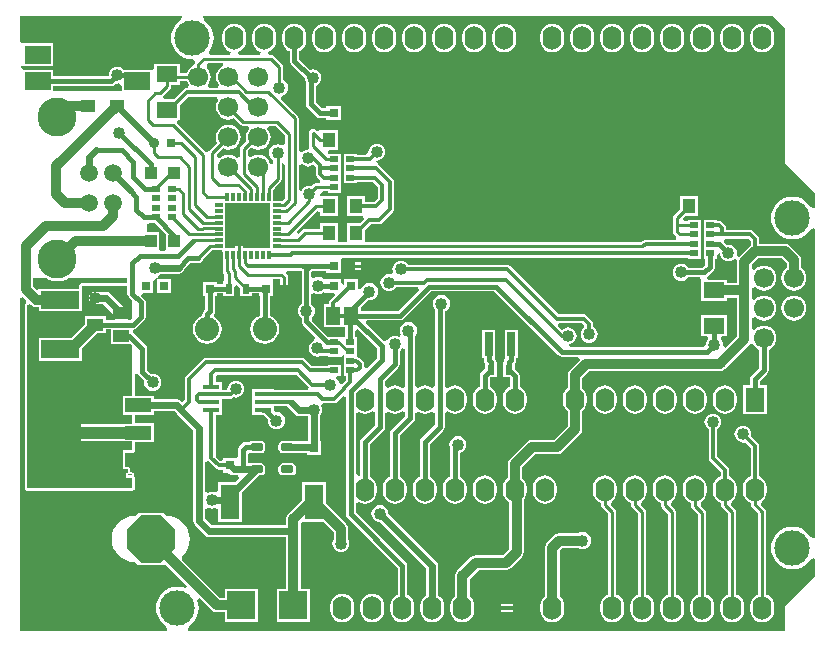
<source format=gtl>
G04*
G04 #@! TF.GenerationSoftware,Altium Limited,Altium Designer,18.0.12 (696)*
G04*
G04 Layer_Physical_Order=1*
G04 Layer_Color=255*
%FSLAX44Y44*%
%MOMM*%
G71*
G01*
G75*
%ADD11C,0.2540*%
%ADD13R,1.4500X0.4500*%
%ADD14R,0.7112X2.0320*%
%ADD15R,1.1684X1.6002*%
%ADD16R,0.7000X0.3000*%
%ADD17R,0.3000X0.7000*%
%ADD18R,3.4000X3.4000*%
%ADD19R,1.2000X1.0000*%
%ADD20R,1.8000X1.4000*%
%ADD21R,0.6000X0.9000*%
%ADD22R,0.8000X0.8000*%
%ADD23R,1.0000X1.0000*%
%ADD24R,0.6500X0.5000*%
%ADD25R,1.1000X1.3000*%
%ADD26R,0.8000X0.8000*%
%ADD27R,1.4000X1.0000*%
G04:AMPARAMS|DCode=28|XSize=1.1mm|YSize=0.6mm|CornerRadius=0.15mm|HoleSize=0mm|Usage=FLASHONLY|Rotation=0.000|XOffset=0mm|YOffset=0mm|HoleType=Round|Shape=RoundedRectangle|*
%AMROUNDEDRECTD28*
21,1,1.1000,0.3000,0,0,0.0*
21,1,0.8000,0.6000,0,0,0.0*
1,1,0.3000,0.4000,-0.1500*
1,1,0.3000,-0.4000,-0.1500*
1,1,0.3000,-0.4000,0.1500*
1,1,0.3000,0.4000,0.1500*
%
%ADD28ROUNDEDRECTD28*%
%ADD29R,2.2000X1.5000*%
%ADD30R,3.2000X1.5000*%
%ADD31R,1.6000X3.0000*%
%ADD32R,2.2352X1.2192*%
%ADD33R,2.2000X3.6000*%
%ADD34R,2.4000X2.4000*%
%ADD59C,1.7000*%
%ADD67C,0.3048*%
%ADD68C,0.4064*%
%ADD69C,0.2794*%
%ADD70C,0.6096*%
%ADD71C,0.8128*%
%ADD72C,0.3050*%
%ADD73C,1.0160*%
%ADD74R,0.3250X0.0500*%
%ADD75C,3.0000*%
%ADD76C,3.3000*%
%ADD77C,1.5000*%
%ADD78O,1.6000X2.0000*%
%ADD79R,1.6000X2.0000*%
%ADD80P,4.3296X8X22.5*%
%ADD81P,4.3296X8X292.5*%
%ADD82C,2.0320*%
%ADD83C,1.0160*%
G36*
X143652Y526614D02*
X142954Y523361D01*
X142351Y523039D01*
X139611Y520789D01*
X137361Y518049D01*
X135690Y514922D01*
X134661Y511529D01*
X134313Y508000D01*
X134661Y504471D01*
X135690Y501078D01*
X137361Y497951D01*
X139611Y495210D01*
X142351Y492961D01*
X145478Y491290D01*
X148871Y490261D01*
X152400Y489913D01*
X153135Y489985D01*
X153137Y489984D01*
X154452Y487563D01*
X154280Y487305D01*
X154017Y485980D01*
Y484911D01*
X152185Y484152D01*
X149991Y482469D01*
X148308Y480275D01*
X147549Y478443D01*
X141810D01*
Y486280D01*
X119810D01*
Y483027D01*
X118500Y481030D01*
X94433D01*
X93949Y481660D01*
X92471Y482795D01*
X90748Y483508D01*
X88900Y483752D01*
X87052Y483508D01*
X85330Y482795D01*
X83850Y481660D01*
X82716Y480181D01*
X82002Y478459D01*
X81759Y476611D01*
X80908Y475641D01*
X34500D01*
Y481030D01*
X10059D01*
X7670Y483226D01*
X7670Y484166D01*
X8500Y484530D01*
X8890Y484530D01*
X34500D01*
Y503530D01*
X8890D01*
X8500Y503530D01*
X6350Y504471D01*
Y527050D01*
X143316D01*
X143652Y526614D01*
D02*
G37*
G36*
X178417Y484496D02*
X177585Y484152D01*
X175391Y482469D01*
X173708Y480275D01*
X172650Y477721D01*
X172289Y474980D01*
X172650Y472239D01*
X173708Y469685D01*
X174879Y468159D01*
X174072Y465975D01*
X173763Y465619D01*
X166597D01*
X166288Y465975D01*
X165481Y468159D01*
X166652Y469685D01*
X167710Y472239D01*
X168071Y474980D01*
X167710Y477721D01*
X166652Y480275D01*
X164969Y482469D01*
X164764Y482626D01*
X164373Y485767D01*
X165427Y487037D01*
X177912D01*
X178417Y484496D01*
D02*
G37*
G36*
X88900Y469470D02*
X89960Y469609D01*
X91883Y468402D01*
X92500Y467689D01*
Y463550D01*
X34500D01*
Y467419D01*
X83819D01*
X85393Y467732D01*
X86726Y468623D01*
X87727Y469624D01*
X88900Y469470D01*
D02*
G37*
G36*
X148308Y469685D02*
X149479Y468159D01*
X148672Y465975D01*
X148363Y465619D01*
X147574D01*
X146199Y465345D01*
X145033Y464567D01*
X136747Y456280D01*
X128248D01*
X127469Y458738D01*
X127468Y458820D01*
X133259Y464611D01*
X134010Y465735D01*
X134274Y467060D01*
Y468280D01*
X141810D01*
Y471516D01*
X147549D01*
X148308Y469685D01*
D02*
G37*
G36*
X230725Y425793D02*
Y418349D01*
X228185Y417097D01*
X228106Y417156D01*
X226384Y417870D01*
X224536Y418113D01*
X222688Y417870D01*
X220965Y417156D01*
X219487Y416021D01*
X218352Y414543D01*
X217638Y412820D01*
X217395Y410972D01*
X217638Y409124D01*
X218352Y407402D01*
X219487Y405923D01*
X220965Y404788D01*
X221073Y404743D01*
Y401515D01*
X218533Y401348D01*
X218510Y401521D01*
X217452Y404075D01*
X215769Y406269D01*
X213575Y407952D01*
X211021Y409010D01*
X208280Y409371D01*
X205539Y409010D01*
X202985Y407952D01*
X201838Y407071D01*
X199298Y408324D01*
Y412503D01*
X202316Y415522D01*
X202985Y415008D01*
X205539Y413950D01*
X208280Y413589D01*
X211021Y413950D01*
X213575Y415008D01*
X215769Y416691D01*
X217452Y418885D01*
X218510Y421439D01*
X218871Y424180D01*
X218510Y426921D01*
X217452Y429475D01*
X215987Y431385D01*
X216245Y432541D01*
X217001Y433924D01*
X222593D01*
X230725Y425793D01*
D02*
G37*
G36*
X174489Y455893D02*
X173708Y454875D01*
X172650Y452321D01*
X172289Y449580D01*
X172650Y446839D01*
X173708Y444285D01*
X175391Y442091D01*
X177585Y440408D01*
X180139Y439350D01*
X182880Y438989D01*
X185621Y439350D01*
X187453Y440109D01*
X192623Y434939D01*
X193747Y434188D01*
X195072Y433924D01*
X199559D01*
X200315Y432541D01*
X200573Y431385D01*
X199108Y429475D01*
X198050Y426921D01*
X197689Y424180D01*
X198050Y421439D01*
X198164Y421166D01*
X193385Y416387D01*
X192634Y415263D01*
X192370Y413938D01*
Y407823D01*
X191652Y407265D01*
X189830Y406682D01*
X188175Y407952D01*
X185621Y409010D01*
X182880Y409371D01*
X180139Y409010D01*
X177585Y407952D01*
X175751Y406545D01*
X173377Y407445D01*
X173130Y409532D01*
X178307Y414709D01*
X180139Y413950D01*
X182880Y413589D01*
X185621Y413950D01*
X188175Y415008D01*
X190369Y416691D01*
X192052Y418885D01*
X193110Y421439D01*
X193471Y424180D01*
X193110Y426921D01*
X192052Y429475D01*
X190369Y431669D01*
X188175Y433352D01*
X185621Y434410D01*
X182880Y434771D01*
X180139Y434410D01*
X177585Y433352D01*
X175391Y431669D01*
X173708Y429475D01*
X172650Y426921D01*
X172289Y424180D01*
X172650Y421439D01*
X173409Y419607D01*
X166969Y413167D01*
X166218Y412043D01*
X163534Y411571D01*
X163449Y411699D01*
X139408Y435740D01*
X140460Y438280D01*
X141810D01*
Y451181D01*
X149062Y458433D01*
X173237D01*
X174489Y455893D01*
D02*
G37*
G36*
X654304Y516636D02*
Y402844D01*
X654558Y401828D01*
X679450Y377063D01*
Y364683D01*
X679014Y364348D01*
X675761Y365046D01*
X675439Y365649D01*
X673189Y368390D01*
X670449Y370639D01*
X667322Y372310D01*
X663929Y373340D01*
X660400Y373687D01*
X656871Y373340D01*
X653478Y372310D01*
X650351Y370639D01*
X647610Y368390D01*
X645361Y365649D01*
X643690Y362522D01*
X642661Y359129D01*
X642313Y355600D01*
X642661Y352071D01*
X643690Y348678D01*
X645361Y345551D01*
X647610Y342811D01*
X650351Y340561D01*
X653478Y338890D01*
X656871Y337860D01*
X660400Y337513D01*
X663929Y337860D01*
X667322Y338890D01*
X670449Y340561D01*
X673189Y342811D01*
X675439Y345551D01*
X675761Y346154D01*
X679014Y346852D01*
X679450Y346516D01*
X679450Y85284D01*
X679014Y84948D01*
X675761Y85646D01*
X675439Y86249D01*
X673189Y88989D01*
X670449Y91239D01*
X667322Y92910D01*
X663929Y93940D01*
X660400Y94287D01*
X656871Y93940D01*
X653478Y92910D01*
X650351Y91239D01*
X647610Y88989D01*
X645361Y86249D01*
X643690Y83122D01*
X642661Y79729D01*
X642313Y76200D01*
X642661Y72671D01*
X643690Y69278D01*
X645361Y66151D01*
X647610Y63411D01*
X650351Y61161D01*
X653478Y59490D01*
X656871Y58460D01*
X660400Y58113D01*
X663929Y58460D01*
X667322Y59490D01*
X670449Y61161D01*
X673189Y63411D01*
X675439Y66151D01*
X675761Y66754D01*
X679014Y67452D01*
X679450Y67116D01*
Y52324D01*
X654558Y27432D01*
X653923Y26162D01*
Y6350D01*
X148784D01*
X148448Y6786D01*
X149146Y10039D01*
X149749Y10361D01*
X152490Y12610D01*
X154739Y15351D01*
X156410Y18478D01*
X157439Y21871D01*
X157787Y25400D01*
X157439Y28929D01*
X156410Y32322D01*
X158585Y33641D01*
X168658Y23568D01*
X170664Y22228D01*
X173030Y21757D01*
X179900D01*
Y13940D01*
X207900D01*
Y41940D01*
X179900D01*
Y34123D01*
X175591D01*
X143230Y66484D01*
X143355Y69021D01*
X144505Y69965D01*
X146942Y72934D01*
X148753Y76322D01*
X149868Y79997D01*
X150244Y83820D01*
X149868Y87643D01*
X148753Y91318D01*
X146942Y94706D01*
X144505Y97675D01*
X141536Y100112D01*
X138148Y101923D01*
X134473Y103038D01*
X130650Y103414D01*
X130556D01*
X128150Y105820D01*
X106150D01*
X103744Y103414D01*
X103650D01*
X99827Y103038D01*
X96152Y101923D01*
X92764Y100112D01*
X89795Y97675D01*
X87358Y94706D01*
X85547Y91318D01*
X84432Y87643D01*
X84056Y83820D01*
X84432Y79997D01*
X85547Y76322D01*
X87358Y72934D01*
X89795Y69965D01*
X92764Y67528D01*
X96152Y65717D01*
X99827Y64602D01*
X103650Y64226D01*
X103744D01*
X106150Y61820D01*
X128150D01*
X129278Y62948D01*
X147941Y44285D01*
X146622Y42110D01*
X143229Y43140D01*
X139700Y43487D01*
X136171Y43140D01*
X132778Y42110D01*
X129651Y40439D01*
X126910Y38189D01*
X124661Y35449D01*
X122990Y32322D01*
X121960Y28929D01*
X121613Y25400D01*
X121960Y21871D01*
X122990Y18478D01*
X124661Y15351D01*
X126910Y12610D01*
X129651Y10361D01*
X130253Y10039D01*
X130952Y6786D01*
X130616Y6350D01*
X6350D01*
Y288146D01*
X8890Y289198D01*
X11772Y286317D01*
X11258Y283511D01*
X10816Y282850D01*
X10661Y282069D01*
Y127000D01*
X10816Y126220D01*
X11258Y125558D01*
X11920Y125116D01*
X12700Y124961D01*
X101600D01*
X102380Y125116D01*
X103042Y125558D01*
X103484Y126220D01*
X103639Y127000D01*
Y135423D01*
X103619Y135523D01*
X103629Y135623D01*
X103542Y135910D01*
X103484Y136204D01*
X103428Y136288D01*
X103398Y136385D01*
X103208Y136616D01*
X103053Y136849D01*
X103134Y136970D01*
X103289Y137750D01*
Y138250D01*
X103134Y139030D01*
X102692Y139692D01*
X102030Y140134D01*
X101250Y140289D01*
X99919D01*
X99782Y140440D01*
X99532Y142980D01*
X99445Y143266D01*
X99387Y143560D01*
X99330Y143644D01*
X99301Y143741D01*
X99111Y143973D01*
X98945Y144222D01*
X98860Y144278D01*
X98796Y144356D01*
X98532Y144497D01*
X98283Y144664D01*
X98184Y144684D01*
X98095Y144731D01*
X97796Y144761D01*
X97503Y144819D01*
X95333D01*
Y156933D01*
X101600D01*
X102380Y157088D01*
X103042Y157530D01*
X103484Y158192D01*
X103639Y158972D01*
Y165754D01*
X119646D01*
Y181946D01*
X103639D01*
Y189008D01*
X119646D01*
Y191957D01*
X137314D01*
X139511Y189761D01*
X153095Y176176D01*
Y99060D01*
X153487Y97090D01*
X154603Y95421D01*
X162985Y87039D01*
X164654Y85923D01*
X166624Y85531D01*
X231717D01*
Y41940D01*
X223900D01*
Y13940D01*
X251900D01*
Y41940D01*
X244083D01*
Y90678D01*
Y96392D01*
X245270Y98440D01*
X263526D01*
X271947Y90019D01*
Y83583D01*
X271946Y83581D01*
X271232Y81858D01*
X270989Y80010D01*
X271232Y78162D01*
X271946Y76439D01*
X273081Y74960D01*
X274559Y73826D01*
X276282Y73112D01*
X278130Y72869D01*
X279978Y73112D01*
X281700Y73826D01*
X283179Y74960D01*
X284314Y76439D01*
X285028Y78162D01*
X285271Y80010D01*
X285028Y81858D01*
X284314Y83581D01*
X284313Y83583D01*
Y92580D01*
X283842Y94946D01*
X282502Y96952D01*
X265270Y114184D01*
Y132440D01*
X245270D01*
Y116724D01*
X233528Y104982D01*
X232188Y102976D01*
X231717Y100610D01*
Y95825D01*
X168756D01*
X163389Y101192D01*
Y108951D01*
X164169Y109633D01*
X165929Y110412D01*
X167062Y109942D01*
X168910Y109699D01*
X170758Y109942D01*
X171610Y110295D01*
X173728Y109221D01*
X174150Y108735D01*
Y98440D01*
X194150D01*
Y123061D01*
X208920Y137831D01*
X210710D01*
X212076Y138103D01*
X213233Y138877D01*
X214007Y140034D01*
X214279Y141400D01*
Y144400D01*
X214007Y145766D01*
X213233Y146923D01*
X212076Y147697D01*
X210710Y147969D01*
X207104D01*
X206710Y148047D01*
X199111D01*
Y155541D01*
X200977Y156846D01*
X201651Y157042D01*
X202710Y156831D01*
X210710D01*
X212076Y157103D01*
X213233Y157877D01*
X214007Y159034D01*
X214279Y160400D01*
Y163400D01*
X214007Y164766D01*
X213233Y165923D01*
X212076Y166697D01*
X210710Y166969D01*
X202710D01*
X201344Y166697D01*
X200318Y166011D01*
X197600D01*
X196027Y165698D01*
X194693Y164807D01*
X192093Y162207D01*
X191202Y160873D01*
X190889Y159300D01*
Y154404D01*
X190150Y152170D01*
X178150D01*
Y150869D01*
X175610Y150221D01*
X172093Y153738D01*
Y189200D01*
X177750D01*
Y195700D01*
Y202857D01*
X184860D01*
X186235Y203130D01*
X187401Y203909D01*
X187410Y203918D01*
X189230Y203679D01*
X191078Y203922D01*
X192801Y204636D01*
X194279Y205770D01*
X195414Y207250D01*
X196128Y208972D01*
X196371Y210820D01*
X196128Y212668D01*
X195414Y214391D01*
X194279Y215870D01*
X192801Y217004D01*
X191078Y217718D01*
X189230Y217961D01*
X187382Y217718D01*
X185660Y217004D01*
X184181Y215870D01*
X183046Y214391D01*
X182332Y212668D01*
X182089Y210820D01*
X181408Y210043D01*
X177750D01*
Y217200D01*
X172093D01*
Y222012D01*
X173238Y223157D01*
X240262D01*
X250836Y212583D01*
X250303Y210646D01*
X249874Y210043D01*
X221750D01*
Y210700D01*
X203250D01*
Y202200D01*
Y195700D01*
Y189200D01*
X212656D01*
X216533Y185323D01*
X216379Y184150D01*
X216622Y182302D01*
X217336Y180579D01*
X218470Y179100D01*
X219949Y177966D01*
X221672Y177252D01*
X223520Y177009D01*
X225368Y177252D01*
X227090Y177966D01*
X228570Y179100D01*
X229704Y180579D01*
X230418Y182302D01*
X230661Y184150D01*
X230418Y185998D01*
X229704Y187721D01*
X228570Y189200D01*
X227090Y190334D01*
X225368Y191048D01*
X223520Y191291D01*
X221750Y193502D01*
Y196357D01*
X232322D01*
X232741Y195731D01*
X239071Y189401D01*
X240740Y188285D01*
X242710Y187893D01*
X250123D01*
Y167170D01*
X249270D01*
Y167047D01*
X232710D01*
X232316Y166969D01*
X228710D01*
X227344Y166697D01*
X226187Y165923D01*
X225413Y164766D01*
X225141Y163400D01*
Y160400D01*
X225413Y159034D01*
X226187Y157877D01*
X227344Y157103D01*
X228710Y156831D01*
X232316D01*
X232710Y156753D01*
X249270D01*
Y155170D01*
X261270D01*
Y167170D01*
X260417D01*
Y188117D01*
X261454Y189470D01*
X262168Y191192D01*
X262411Y193040D01*
X262168Y194888D01*
X261493Y196518D01*
X262045Y197871D01*
X262894Y198907D01*
X272250D01*
X273625Y199181D01*
X274791Y199959D01*
X279960Y205129D01*
X282307Y204157D01*
Y105082D01*
X282620Y103509D01*
X283511Y102175D01*
X326089Y59597D01*
Y36521D01*
X325157Y36135D01*
X323068Y34532D01*
X321465Y32443D01*
X320457Y30010D01*
X320114Y27400D01*
Y23400D01*
X320457Y20789D01*
X321465Y18357D01*
X323068Y16268D01*
X325157Y14665D01*
X327589Y13657D01*
X330200Y13314D01*
X332811Y13657D01*
X335243Y14665D01*
X337332Y16268D01*
X338935Y18357D01*
X339943Y20789D01*
X340286Y23400D01*
Y27400D01*
X339943Y30010D01*
X338935Y32443D01*
X337332Y34532D01*
X335243Y36135D01*
X334311Y36521D01*
Y61300D01*
X333998Y62873D01*
X333107Y64207D01*
X290529Y106785D01*
Y114002D01*
X293069Y115254D01*
X293407Y114995D01*
X295840Y113987D01*
X298450Y113644D01*
X301061Y113987D01*
X303493Y114995D01*
X305582Y116598D01*
X307185Y118687D01*
X308193Y121119D01*
X308536Y123730D01*
Y127730D01*
X308193Y130340D01*
X307185Y132773D01*
X305582Y134862D01*
X303493Y136465D01*
X302561Y136851D01*
Y164247D01*
X314407Y176093D01*
X315298Y177427D01*
X315611Y179000D01*
Y190446D01*
X318151Y191698D01*
X318807Y191195D01*
X321240Y190187D01*
X323850Y189844D01*
X326460Y190187D01*
X328893Y191195D01*
X330153Y192162D01*
X332693Y191068D01*
Y188139D01*
X320943Y176389D01*
X320052Y175055D01*
X319739Y173482D01*
Y136851D01*
X318807Y136465D01*
X316718Y134862D01*
X315115Y132773D01*
X314107Y130340D01*
X313764Y127730D01*
Y123730D01*
X314107Y121119D01*
X315115Y118687D01*
X316718Y116598D01*
X318807Y114995D01*
X321240Y113987D01*
X323850Y113644D01*
X326460Y113987D01*
X328893Y114995D01*
X330982Y116598D01*
X332585Y118687D01*
X333593Y121119D01*
X333936Y123730D01*
Y127730D01*
X333593Y130340D01*
X332585Y132773D01*
X330982Y134862D01*
X328893Y136465D01*
X327961Y136851D01*
Y171779D01*
X339711Y183529D01*
X340602Y184863D01*
X340915Y186436D01*
Y190519D01*
X343455Y191772D01*
X344207Y191195D01*
X346640Y190187D01*
X349250Y189844D01*
X351861Y190187D01*
X354293Y191195D01*
X355099Y191813D01*
X357639Y190561D01*
Y180319D01*
X346343Y169023D01*
X345452Y167689D01*
X345139Y166116D01*
Y136851D01*
X344207Y136465D01*
X342118Y134862D01*
X340515Y132773D01*
X339507Y130340D01*
X339164Y127730D01*
Y123730D01*
X339507Y121119D01*
X340515Y118687D01*
X342118Y116598D01*
X344207Y114995D01*
X346640Y113987D01*
X349250Y113644D01*
X351861Y113987D01*
X354293Y114995D01*
X356382Y116598D01*
X357985Y118687D01*
X358993Y121119D01*
X359336Y123730D01*
Y127730D01*
X358993Y130340D01*
X357985Y132773D01*
X356382Y134862D01*
X354293Y136465D01*
X353361Y136851D01*
Y164413D01*
X364657Y175709D01*
X365548Y177043D01*
X365861Y178616D01*
Y190975D01*
X368401Y192120D01*
X369607Y191195D01*
X372039Y190187D01*
X374650Y189844D01*
X377261Y190187D01*
X379693Y191195D01*
X381782Y192798D01*
X383385Y194887D01*
X384393Y197320D01*
X384736Y199930D01*
Y203930D01*
X384393Y206541D01*
X383385Y208973D01*
X381782Y211062D01*
X379693Y212665D01*
X377261Y213673D01*
X374650Y214016D01*
X372039Y213673D01*
X369607Y212665D01*
X368401Y211740D01*
X365861Y212885D01*
Y276641D01*
X366791Y277026D01*
X368270Y278160D01*
X369404Y279639D01*
X370118Y281362D01*
X370361Y283210D01*
X370118Y285058D01*
X369404Y286780D01*
X368270Y288260D01*
X366791Y289394D01*
X365068Y290108D01*
X363220Y290351D01*
X361372Y290108D01*
X359650Y289394D01*
X358171Y288260D01*
X357036Y286780D01*
X356322Y285058D01*
X356079Y283210D01*
X356322Y281362D01*
X357036Y279639D01*
X357639Y278853D01*
Y213299D01*
X355099Y212047D01*
X354293Y212665D01*
X351861Y213673D01*
X349250Y214016D01*
X346640Y213673D01*
X344207Y212665D01*
X343455Y212088D01*
X340915Y213341D01*
Y256063D01*
X341464Y256779D01*
X342178Y258502D01*
X342421Y260350D01*
X342178Y262198D01*
X341464Y263920D01*
X340330Y265399D01*
X338851Y266534D01*
X337128Y267248D01*
X335280Y267491D01*
X333432Y267248D01*
X331710Y266534D01*
X330230Y265399D01*
X329096Y263920D01*
X328382Y262198D01*
X328139Y260350D01*
X328382Y258502D01*
X328953Y257123D01*
X328209Y255991D01*
X327077Y255247D01*
X325698Y255818D01*
X323850Y256061D01*
X322002Y255818D01*
X320280Y255104D01*
X318801Y253969D01*
X317666Y252491D01*
X317463Y252000D01*
X314675Y251296D01*
X314562Y251322D01*
X299291Y266592D01*
X300264Y268939D01*
X328422D01*
X329995Y269252D01*
X331329Y270143D01*
X354763Y293577D01*
X407859D01*
X462093Y239343D01*
X463427Y238452D01*
X465000Y238139D01*
X479295D01*
X480347Y235599D01*
X471878Y227130D01*
X470538Y225124D01*
X470067Y222758D01*
Y211791D01*
X469118Y211062D01*
X467515Y208973D01*
X466507Y206541D01*
X466164Y203930D01*
Y199930D01*
X466507Y197320D01*
X467515Y194887D01*
X469118Y192798D01*
X470067Y192069D01*
Y179599D01*
X458449Y167981D01*
X439928D01*
X437562Y167510D01*
X435556Y166170D01*
X421078Y151692D01*
X419738Y149686D01*
X419267Y147320D01*
Y135590D01*
X418318Y134862D01*
X416715Y132773D01*
X415707Y130340D01*
X415364Y127730D01*
Y123730D01*
X415707Y121119D01*
X416715Y118687D01*
X418318Y116598D01*
X420407Y114995D01*
X420657Y114891D01*
Y104140D01*
Y75579D01*
X415269Y70191D01*
X392176D01*
X389810Y69720D01*
X387804Y68380D01*
X376628Y57204D01*
X375288Y55198D01*
X374817Y52832D01*
Y35261D01*
X373868Y34532D01*
X372265Y32443D01*
X371257Y30010D01*
X370914Y27400D01*
Y23400D01*
X371257Y20789D01*
X372265Y18357D01*
X373868Y16268D01*
X375957Y14665D01*
X378390Y13657D01*
X381000Y13314D01*
X383610Y13657D01*
X386043Y14665D01*
X388132Y16268D01*
X389735Y18357D01*
X390743Y20789D01*
X391086Y23400D01*
Y27400D01*
X390743Y30010D01*
X389735Y32443D01*
X388132Y34532D01*
X387183Y35261D01*
Y50271D01*
X394737Y57825D01*
X417830D01*
X420196Y58296D01*
X422202Y59636D01*
X431212Y68646D01*
X431212Y68646D01*
X432552Y70652D01*
X433023Y73018D01*
Y104140D01*
Y117172D01*
X434185Y118687D01*
X435193Y121119D01*
X435536Y123730D01*
Y127730D01*
X435193Y130340D01*
X434185Y132773D01*
X432582Y134862D01*
X431633Y135590D01*
Y144759D01*
X442489Y155615D01*
X461010D01*
X463376Y156086D01*
X465382Y157426D01*
X480622Y172666D01*
X481962Y174672D01*
X482433Y177038D01*
Y192069D01*
X483382Y192798D01*
X484985Y194887D01*
X485993Y197320D01*
X486336Y199930D01*
Y203930D01*
X485993Y206541D01*
X484985Y208973D01*
X483382Y211062D01*
X482433Y211791D01*
Y220197D01*
X488303Y226067D01*
X598772D01*
X601138Y226538D01*
X603144Y227878D01*
X624132Y248866D01*
X624225Y249005D01*
X627091Y248723D01*
X627098Y248705D01*
X628781Y246511D01*
X630975Y244828D01*
X632159Y244338D01*
Y228525D01*
X625743Y222109D01*
X624852Y220775D01*
X624539Y219202D01*
Y213930D01*
X618650D01*
Y189930D01*
X638650D01*
Y213930D01*
X632761D01*
Y217499D01*
X639177Y223915D01*
X640068Y225249D01*
X640381Y226822D01*
Y244338D01*
X641565Y244828D01*
X643759Y246511D01*
X645442Y248705D01*
X646500Y251259D01*
X646861Y254000D01*
X646500Y256741D01*
X645442Y259295D01*
X643759Y261489D01*
X641565Y263172D01*
X639011Y264230D01*
X636270Y264591D01*
X633529Y264230D01*
X630975Y263172D01*
X628781Y261489D01*
X628483Y261100D01*
X625943Y261962D01*
Y271438D01*
X628483Y272300D01*
X628781Y271911D01*
X630975Y270228D01*
X633529Y269170D01*
X636270Y268809D01*
X639011Y269170D01*
X641565Y270228D01*
X643759Y271911D01*
X645442Y274105D01*
X646500Y276659D01*
X646861Y279400D01*
X646500Y282141D01*
X645442Y284695D01*
X643759Y286889D01*
X641565Y288572D01*
X639011Y289630D01*
X636270Y289991D01*
X633529Y289630D01*
X630975Y288572D01*
X628781Y286889D01*
X628483Y286500D01*
X625943Y287362D01*
Y296838D01*
X628483Y297700D01*
X628781Y297311D01*
X630975Y295628D01*
X633529Y294570D01*
X636270Y294209D01*
X639011Y294570D01*
X641565Y295628D01*
X643759Y297311D01*
X645442Y299505D01*
X646500Y302059D01*
X646861Y304800D01*
X646500Y307541D01*
X645442Y310095D01*
X643759Y312289D01*
X641565Y313972D01*
X639011Y315030D01*
X636270Y315391D01*
X633529Y315030D01*
X630975Y313972D01*
X628781Y312289D01*
X628483Y311900D01*
X625943Y312762D01*
Y315937D01*
X631483Y321477D01*
X651235D01*
X655487Y317225D01*
Y313291D01*
X654181Y312289D01*
X652498Y310095D01*
X651440Y307541D01*
X651079Y304800D01*
X651440Y302059D01*
X652498Y299505D01*
X654181Y297311D01*
X656375Y295628D01*
X658929Y294570D01*
X661670Y294209D01*
X664411Y294570D01*
X666965Y295628D01*
X669159Y297311D01*
X670842Y299505D01*
X671900Y302059D01*
X672261Y304800D01*
X671900Y307541D01*
X670842Y310095D01*
X669159Y312289D01*
X667853Y313291D01*
Y319786D01*
X667382Y322152D01*
X666042Y324158D01*
X658168Y332032D01*
X656162Y333372D01*
X653796Y333843D01*
X632515D01*
Y337548D01*
X632242Y338923D01*
X631463Y340089D01*
X627191Y344361D01*
X626025Y345140D01*
X624650Y345413D01*
X604303D01*
Y346964D01*
X604030Y348339D01*
X603251Y349505D01*
X600395Y352361D01*
X599229Y353139D01*
X597854Y353413D01*
X596200D01*
Y354320D01*
X585700D01*
Y345320D01*
Y337320D01*
Y329320D01*
Y321320D01*
X586839D01*
Y316301D01*
X584275Y313737D01*
X572190D01*
X571469Y314676D01*
X569991Y315810D01*
X568268Y316524D01*
X566420Y316767D01*
X564572Y316524D01*
X562850Y315810D01*
X561371Y314676D01*
X560236Y313197D01*
X559522Y311474D01*
X559279Y309626D01*
X559522Y307778D01*
X560236Y306056D01*
X561371Y304576D01*
X562850Y303442D01*
X564572Y302728D01*
X566420Y302485D01*
X568268Y302728D01*
X569991Y303442D01*
X571469Y304576D01*
X572190Y305515D01*
X582334D01*
X583360Y303400D01*
Y285400D01*
X605360D01*
Y288217D01*
X613577D01*
Y255799D01*
X603779Y246001D01*
X601373Y247187D01*
X601501Y248158D01*
X601258Y250006D01*
X600544Y251728D01*
X599676Y252860D01*
X600010Y254209D01*
X600725Y255400D01*
X605360D01*
Y273400D01*
X583360D01*
Y255400D01*
X587995D01*
X588710Y254209D01*
X589044Y252860D01*
X588176Y251728D01*
X587462Y250006D01*
X587219Y248158D01*
X585024Y246361D01*
X471743D01*
X471576Y248901D01*
X472383Y249007D01*
X474105Y249721D01*
X475584Y250856D01*
X476719Y252334D01*
X477433Y254057D01*
X477676Y255905D01*
X477433Y257753D01*
X476719Y259475D01*
X475584Y260954D01*
X474105Y262089D01*
X472383Y262803D01*
X470535Y263046D01*
X468687Y262803D01*
X466964Y262089D01*
X465485Y260954D01*
X465409Y260949D01*
X461943Y264415D01*
X462995Y266955D01*
X482059D01*
X483845Y265105D01*
X483678Y262541D01*
X483265Y262225D01*
X482131Y260746D01*
X481417Y259023D01*
X481174Y257175D01*
X481417Y255327D01*
X482131Y253605D01*
X483265Y252125D01*
X484744Y250991D01*
X486467Y250277D01*
X488315Y250034D01*
X490163Y250277D01*
X491885Y250991D01*
X493364Y252125D01*
X494499Y253605D01*
X495213Y255327D01*
X495456Y257175D01*
X495213Y259023D01*
X494499Y260746D01*
X493364Y262225D01*
X491908Y263342D01*
Y266349D01*
X491634Y267724D01*
X490856Y268890D01*
X486657Y273089D01*
X485491Y273867D01*
X484116Y274141D01*
X462544D01*
X421724Y314961D01*
X420558Y315739D01*
X419183Y316013D01*
X335097D01*
X333979Y317470D01*
X332500Y318604D01*
X330778Y319318D01*
X328930Y319561D01*
X327082Y319318D01*
X325359Y318604D01*
X323881Y317470D01*
X322746Y315991D01*
X322032Y314268D01*
X321789Y312420D01*
X322032Y310572D01*
X322292Y309944D01*
X321092Y308470D01*
X320382Y307919D01*
X318770Y308131D01*
X316922Y307888D01*
X315200Y307174D01*
X313720Y306040D01*
X312586Y304561D01*
X311872Y302838D01*
X311629Y300990D01*
X311872Y299142D01*
X312586Y297419D01*
X313720Y295940D01*
X315200Y294806D01*
X316922Y294092D01*
X318770Y293849D01*
X320618Y294092D01*
X322341Y294806D01*
X323820Y295940D01*
X324937Y297397D01*
X343637D01*
X344608Y295050D01*
X326719Y277161D01*
X294862D01*
Y280158D01*
X301087Y286383D01*
X302260Y286229D01*
X304108Y286472D01*
X305830Y287186D01*
X307309Y288321D01*
X308444Y289799D01*
X309158Y291522D01*
X309401Y293370D01*
X309158Y295218D01*
X308444Y296940D01*
X307309Y298419D01*
X305830Y299554D01*
X304108Y300268D01*
X302260Y300511D01*
X300412Y300268D01*
X298689Y299554D01*
X297211Y298419D01*
X296076Y296940D01*
X295362Y295218D01*
X292900Y295647D01*
Y304450D01*
X280900D01*
Y299357D01*
X280440Y299049D01*
X277900Y300407D01*
Y304450D01*
X265900D01*
X265900Y304450D01*
X263360Y304090D01*
X262651Y304634D01*
X260928Y305348D01*
X259080Y305591D01*
X257232Y305348D01*
X255509Y304634D01*
X253031Y305934D01*
Y310127D01*
X253753Y310849D01*
X265900D01*
Y308960D01*
X277900D01*
Y320960D01*
X279915Y322227D01*
X572200D01*
Y321320D01*
X582700D01*
Y329320D01*
Y337320D01*
Y345320D01*
Y354320D01*
X572200D01*
Y353154D01*
X568475D01*
X567542Y355338D01*
X569102Y357260D01*
X580200D01*
Y374260D01*
X565200D01*
Y362975D01*
X560252Y358027D01*
X559530Y356946D01*
X559276Y355670D01*
Y344170D01*
X559530Y342894D01*
X560252Y341813D01*
X562112Y339953D01*
X561586Y338029D01*
X561150Y337413D01*
X536320D01*
X534945Y337140D01*
X533779Y336361D01*
X532632Y335214D01*
X298400D01*
Y345319D01*
X303748Y350667D01*
X310318D01*
X311693Y350941D01*
X312859Y351719D01*
X322327Y361187D01*
X323106Y362353D01*
X323379Y363728D01*
Y385826D01*
X323106Y387201D01*
X322327Y388367D01*
X310453Y400241D01*
X309287Y401020D01*
X309184Y401040D01*
X308090Y403658D01*
X308098Y403756D01*
X308565Y404345D01*
X308610Y404339D01*
X310458Y404582D01*
X312181Y405296D01*
X313659Y406431D01*
X314794Y407910D01*
X315508Y409632D01*
X315751Y411480D01*
X315508Y413328D01*
X314794Y415051D01*
X313659Y416530D01*
X312181Y417664D01*
X310458Y418378D01*
X308610Y418621D01*
X306762Y418378D01*
X305040Y417664D01*
X303561Y416530D01*
X302426Y415051D01*
X301712Y413328D01*
X301469Y411480D01*
X299211Y409293D01*
X291400D01*
Y410200D01*
X280900D01*
Y401200D01*
Y393200D01*
Y385200D01*
X291400D01*
Y386107D01*
X305534D01*
X309589Y382052D01*
Y372836D01*
X306106Y369353D01*
X298400D01*
Y374260D01*
X283400D01*
Y357260D01*
X296587D01*
X297639Y354720D01*
X294319Y351400D01*
X283400D01*
Y335214D01*
X275400D01*
Y351400D01*
X260400D01*
Y346363D01*
X247650D01*
X246325Y346100D01*
X245201Y345349D01*
X241764Y341912D01*
X241703Y341925D01*
X240867Y344681D01*
X257860Y361674D01*
X260400Y360793D01*
Y357260D01*
X275400D01*
Y374260D01*
X260944D01*
X260695Y374437D01*
X260557Y375796D01*
X262770Y378237D01*
X267400D01*
Y377200D01*
X277900D01*
Y385200D01*
Y393200D01*
Y401200D01*
Y410200D01*
X267400D01*
X267037Y411007D01*
X268416Y413140D01*
X275400D01*
Y430140D01*
X260400D01*
Y430067D01*
X258053Y429095D01*
X257199Y429949D01*
X256075Y430700D01*
X254750Y430964D01*
X253425Y430700D01*
X252301Y429949D01*
X251550Y428825D01*
X251287Y427500D01*
Y416250D01*
X251346Y415951D01*
X250877Y414973D01*
X249921Y413761D01*
X249482Y413448D01*
X248342Y413298D01*
X246619Y412584D01*
X245140Y411450D01*
X245018Y411289D01*
X242477Y412151D01*
Y439986D01*
X242214Y441311D01*
X241463Y442435D01*
X227342Y456556D01*
X227713Y458282D01*
X228184Y459306D01*
X229631Y459906D01*
X231110Y461040D01*
X232244Y462519D01*
X232958Y464242D01*
X233201Y466090D01*
X232958Y467938D01*
X232244Y469660D01*
X231110Y471139D01*
X229631Y472274D01*
X229524Y472319D01*
Y483690D01*
X229260Y485015D01*
X228509Y486139D01*
X221699Y492949D01*
X220575Y493700D01*
X219250Y493964D01*
X217070D01*
X216565Y496504D01*
X218403Y497265D01*
X220492Y498868D01*
X222095Y500957D01*
X223103Y503390D01*
X223446Y506000D01*
Y510000D01*
X223103Y512611D01*
X222095Y515043D01*
X220492Y517132D01*
X218403Y518735D01*
X215970Y519743D01*
X213360Y520086D01*
X210749Y519743D01*
X208317Y518735D01*
X206228Y517132D01*
X204625Y515043D01*
X203617Y512611D01*
X203274Y510000D01*
Y506000D01*
X203617Y503390D01*
X204625Y500957D01*
X206228Y498868D01*
X208317Y497265D01*
X210155Y496504D01*
X209650Y493964D01*
X191670D01*
X191165Y496504D01*
X193003Y497265D01*
X195092Y498868D01*
X196695Y500957D01*
X197703Y503390D01*
X198046Y506000D01*
Y510000D01*
X197703Y512611D01*
X196695Y515043D01*
X195092Y517132D01*
X193003Y518735D01*
X190571Y519743D01*
X187960Y520086D01*
X185350Y519743D01*
X182917Y518735D01*
X180828Y517132D01*
X179225Y515043D01*
X178217Y512611D01*
X177874Y510000D01*
Y506000D01*
X178217Y503390D01*
X179225Y500957D01*
X180828Y498868D01*
X182917Y497265D01*
X184755Y496504D01*
X184250Y493964D01*
X167452D01*
X166251Y496504D01*
X167439Y497951D01*
X169110Y501078D01*
X170140Y504471D01*
X170487Y508000D01*
X170140Y511529D01*
X169110Y514922D01*
X167439Y518049D01*
X165189Y520789D01*
X162449Y523039D01*
X161847Y523361D01*
X161148Y526614D01*
X161484Y527050D01*
X643890Y527050D01*
X654304Y516636D01*
D02*
G37*
G36*
X245140Y401351D02*
X246619Y400216D01*
X248342Y399502D01*
X250190Y399259D01*
X252038Y399502D01*
X253761Y400216D01*
X254860Y401059D01*
X256657Y399262D01*
Y393250D01*
X256931Y391875D01*
X257709Y390709D01*
X260715Y387704D01*
X260065Y385559D01*
X259771Y385163D01*
X256950D01*
X255625Y384900D01*
X254501Y384149D01*
X253186Y382834D01*
X251460Y383061D01*
X249612Y382818D01*
X247889Y382104D01*
X246411Y380970D01*
X245276Y379491D01*
X245018Y378867D01*
X242477Y379373D01*
Y400648D01*
X245018Y401511D01*
X245140Y401351D01*
D02*
G37*
G36*
X230725Y400810D02*
Y372783D01*
X228192Y370250D01*
X220390D01*
Y379250D01*
X222135Y381067D01*
X226985Y385917D01*
X227736Y387041D01*
X227999Y388366D01*
Y402107D01*
X228185Y402221D01*
X230725Y400810D01*
D02*
G37*
G36*
X218390Y363250D02*
Y358250D01*
Y353250D01*
Y348250D01*
Y343250D01*
Y338250D01*
Y333250D01*
Y330250D01*
X195354D01*
Y340315D01*
X201839Y346801D01*
X202590Y347925D01*
X202854Y349250D01*
X202590Y350575D01*
X201839Y351699D01*
X200715Y352450D01*
X199390Y352714D01*
X198065Y352450D01*
X196941Y351699D01*
X189441Y344199D01*
X188690Y343075D01*
X188426Y341750D01*
Y330250D01*
X180390D01*
Y333250D01*
Y338250D01*
Y343250D01*
Y348250D01*
Y353250D01*
Y358250D01*
Y363250D01*
Y368250D01*
X218390D01*
Y363250D01*
D02*
G37*
G36*
X130000Y342006D02*
Y329550D01*
X128549Y327611D01*
X125451D01*
X124000Y329550D01*
Y343550D01*
X114300D01*
Y350424D01*
X116270Y351800D01*
X120206D01*
X130000Y342006D01*
D02*
G37*
G36*
X625329Y336060D02*
Y332552D01*
X624550Y332032D01*
X615388Y322870D01*
X615308Y322750D01*
X613057Y323954D01*
X613196Y324288D01*
X613439Y326136D01*
X613196Y327984D01*
X612482Y329706D01*
X611348Y331185D01*
X609869Y332320D01*
X608146Y333034D01*
X606298Y333277D01*
X605125Y333123D01*
X602561Y335687D01*
X603613Y338227D01*
X623162D01*
X625329Y336060D01*
D02*
G37*
G36*
X97389Y300489D02*
X58688D01*
X58317Y300415D01*
X57944Y300348D01*
X57927Y300338D01*
X57908Y300334D01*
X57593Y300124D01*
X57274Y299919D01*
X57263Y299903D01*
X57246Y299892D01*
X57036Y299577D01*
X56820Y299266D01*
X56815Y299247D01*
X56804Y299230D01*
X56730Y298859D01*
X56649Y298489D01*
X56601Y295969D01*
X54190Y295930D01*
X22640D01*
Y295930D01*
X20523Y295053D01*
X17359Y298217D01*
Y304800D01*
X28739D01*
X30936Y303626D01*
X34423Y302568D01*
X38050Y302211D01*
X41677Y302568D01*
X45164Y303626D01*
X47361Y304800D01*
X97389D01*
Y300489D01*
D02*
G37*
G36*
X599261Y325347D02*
X599400Y324288D01*
X600114Y322565D01*
X601249Y321087D01*
X602728Y319952D01*
X604450Y319238D01*
X606298Y318995D01*
X608146Y319238D01*
X609869Y319952D01*
X611348Y321087D01*
X611557Y321359D01*
X613932Y320282D01*
X613577Y318498D01*
Y300583D01*
X605360D01*
Y303400D01*
X589171D01*
X587694Y305755D01*
X587719Y305940D01*
X588885Y306719D01*
X593857Y311691D01*
X594748Y313025D01*
X595061Y314598D01*
Y321320D01*
X596200D01*
Y324523D01*
X596220Y324556D01*
X598740Y325765D01*
X599261Y325347D01*
D02*
G37*
G36*
X177300Y327895D02*
X178180Y325710D01*
X177990Y324750D01*
Y310545D01*
X178253Y309219D01*
X179004Y308096D01*
X179536Y307563D01*
Y302410D01*
X178000D01*
Y300021D01*
X173520D01*
Y301910D01*
X161520D01*
Y289910D01*
X163409D01*
Y278443D01*
X161923Y276957D01*
X161032Y275623D01*
X160719Y274050D01*
Y273079D01*
X158698Y272242D01*
X156157Y270293D01*
X154208Y267752D01*
X152983Y264794D01*
X152565Y261620D01*
X152983Y258446D01*
X154208Y255487D01*
X156157Y252947D01*
X158698Y250998D01*
X161656Y249773D01*
X164830Y249355D01*
X168004Y249773D01*
X170963Y250998D01*
X173503Y252947D01*
X175452Y255487D01*
X176677Y258446D01*
X177095Y261620D01*
X176677Y264794D01*
X175452Y267752D01*
X173503Y270293D01*
X171791Y271606D01*
X171007Y272885D01*
X171149Y274914D01*
X171318Y275167D01*
X171631Y276740D01*
Y289910D01*
X173520D01*
Y291799D01*
X178000D01*
Y289410D01*
X188000D01*
Y297693D01*
X190347Y298665D01*
X193000Y296012D01*
Y289410D01*
X203000D01*
Y291799D01*
X208750D01*
Y289910D01*
X209519D01*
Y273079D01*
X207498Y272242D01*
X204957Y270293D01*
X203008Y267752D01*
X201783Y264794D01*
X201365Y261620D01*
X201783Y258446D01*
X203008Y255487D01*
X204957Y252947D01*
X207498Y250998D01*
X210456Y249773D01*
X213630Y249355D01*
X216804Y249773D01*
X219762Y250998D01*
X222303Y252947D01*
X224252Y255487D01*
X225477Y258446D01*
X225895Y261620D01*
X225477Y264794D01*
X224252Y267752D01*
X222303Y270293D01*
X219762Y272242D01*
X217741Y273079D01*
Y289910D01*
X220750D01*
Y301910D01*
X220750D01*
X220908Y304384D01*
X226149D01*
X226286Y304247D01*
Y295910D01*
X226550Y294585D01*
X227301Y293461D01*
X228424Y292710D01*
X229750Y292446D01*
X231075Y292710D01*
X232199Y293461D01*
X232950Y294585D01*
X233214Y295910D01*
Y305682D01*
X232950Y307008D01*
X232199Y308131D01*
X231713Y308617D01*
X232765Y311157D01*
X244120D01*
X244427Y310952D01*
X244809Y310876D01*
Y282630D01*
X243871Y281910D01*
X242736Y280431D01*
X242022Y278708D01*
X241779Y276860D01*
X242022Y275012D01*
X242736Y273290D01*
X243871Y271810D01*
X244809Y271090D01*
Y268080D01*
X245122Y266507D01*
X246013Y265173D01*
X256375Y254811D01*
X256402Y254091D01*
X255665Y251929D01*
X254748Y251548D01*
X253269Y250413D01*
X252134Y248934D01*
X251420Y247212D01*
X251177Y245364D01*
X251420Y243516D01*
X252134Y241793D01*
X253269Y240315D01*
X254748Y239180D01*
X256470Y238466D01*
X258318Y238223D01*
X260166Y238466D01*
X261856Y239166D01*
X267400D01*
Y238260D01*
X277900D01*
Y238260D01*
X280440Y239403D01*
X280900Y239095D01*
Y230260D01*
Y222260D01*
X282557D01*
Y218710D01*
X278889Y215042D01*
X276207Y215952D01*
X276138Y216478D01*
X275424Y218200D01*
X274289Y219680D01*
X274237Y219720D01*
X275099Y222260D01*
X277900D01*
Y231260D01*
X267400D01*
Y230353D01*
X253228D01*
X247541Y236041D01*
X246375Y236819D01*
X245000Y237093D01*
X164000D01*
X162625Y236819D01*
X161459Y236041D01*
X146959Y221541D01*
X146180Y220375D01*
X145907Y219000D01*
Y201514D01*
X143916Y199913D01*
X143085Y200743D01*
X141416Y201859D01*
X139446Y202251D01*
X119646D01*
Y205200D01*
X103639D01*
Y223571D01*
X106179Y223821D01*
X106202Y223707D01*
X107093Y222373D01*
X111758Y217708D01*
X111604Y216535D01*
X111847Y214687D01*
X112561Y212964D01*
X113695Y211486D01*
X115175Y210351D01*
X116897Y209637D01*
X118745Y209394D01*
X120593Y209637D01*
X122316Y210351D01*
X123794Y211486D01*
X124929Y212964D01*
X125643Y214687D01*
X125886Y216535D01*
X125643Y218383D01*
X124929Y220105D01*
X123794Y221584D01*
X122316Y222719D01*
X120593Y223433D01*
X118745Y223676D01*
X117572Y223522D01*
X114111Y226983D01*
Y245000D01*
X113798Y246573D01*
X112907Y247907D01*
X102035Y258779D01*
X102072Y259935D01*
X102676Y261418D01*
X103753Y261632D01*
X105087Y262523D01*
X111657Y269093D01*
X112548Y270427D01*
X112861Y272000D01*
Y284500D01*
X112548Y286073D01*
X111657Y287407D01*
X109154Y289910D01*
X110206Y292450D01*
X119150D01*
Y302144D01*
X121479Y304588D01*
X122021Y304551D01*
X122150Y304184D01*
X122150Y302461D01*
Y292450D01*
X134150D01*
Y304450D01*
X124580D01*
X124515Y304450D01*
X124514Y304450D01*
X124466D01*
X123467Y304519D01*
X122976Y306990D01*
X124221Y307506D01*
X125573Y308543D01*
X140690D01*
X142660Y308935D01*
X144329Y310051D01*
X145445Y311720D01*
X145671Y312857D01*
X150453Y317639D01*
X157500D01*
X159073Y317952D01*
X160407Y318843D01*
X161298Y320177D01*
X161416Y320767D01*
X167450Y326802D01*
X169390Y328250D01*
X177114D01*
X177300Y327895D01*
D02*
G37*
G36*
X265900Y292450D02*
Y292450D01*
X272500D01*
X273472Y290103D01*
X269239Y285871D01*
X268461Y284705D01*
X268187Y283330D01*
Y283051D01*
X263938D01*
Y263049D01*
X282039D01*
Y255310D01*
X281982Y255260D01*
X280900D01*
Y255260D01*
X278360Y254869D01*
X277900Y255176D01*
Y255260D01*
X267554D01*
X253916Y268898D01*
X253969Y271810D01*
X255104Y273290D01*
X255818Y275012D01*
X256061Y276860D01*
X255818Y278708D01*
X255104Y280431D01*
X253969Y281910D01*
X253031Y282630D01*
Y290966D01*
X255509Y292266D01*
X257232Y291552D01*
X259080Y291309D01*
X260928Y291552D01*
X262651Y292266D01*
X263360Y292810D01*
X265900Y292450D01*
D02*
G37*
G36*
X97389Y291750D02*
X97702Y290177D01*
X98593Y288843D01*
X101600Y285836D01*
Y270664D01*
X100477Y269541D01*
X97573D01*
X97486Y269633D01*
X96448Y272081D01*
X97035Y272960D01*
X97427Y274930D01*
X97035Y276900D01*
X95919Y278569D01*
X82559Y291929D01*
X80890Y293045D01*
X78920Y293437D01*
X69850D01*
X67880Y293045D01*
X66211Y291929D01*
X65095Y290260D01*
X64703Y288290D01*
X65095Y286320D01*
X66211Y284651D01*
X67880Y283535D01*
X69850Y283143D01*
X76788D01*
X87850Y272081D01*
X86798Y269541D01*
X79280D01*
Y272430D01*
X61280D01*
Y265174D01*
X50036Y253930D01*
X22640D01*
Y234930D01*
X58640D01*
Y245046D01*
X72024Y258430D01*
X79280D01*
Y261319D01*
X83280D01*
Y248930D01*
X100256D01*
X101600Y247586D01*
Y205200D01*
X93294D01*
Y189008D01*
X101600D01*
Y180991D01*
X47470D01*
X45622Y180748D01*
X43899Y180034D01*
X42421Y178899D01*
X41286Y177421D01*
X40572Y175698D01*
X40329Y173850D01*
X40572Y172002D01*
X41286Y170280D01*
X42421Y168801D01*
X43899Y167666D01*
X45622Y166952D01*
X47470Y166709D01*
X101600D01*
Y158972D01*
X93294D01*
Y142780D01*
X97503D01*
X97753Y140240D01*
X97220Y140134D01*
X96558Y139692D01*
X96116Y139030D01*
X95961Y138250D01*
Y137750D01*
X96116Y136970D01*
X96558Y136308D01*
X97220Y135866D01*
X98000Y135711D01*
X101250D01*
X101600Y135423D01*
Y127000D01*
X12700D01*
Y282069D01*
X15047Y283041D01*
X16030Y282058D01*
X18036Y280718D01*
X20402Y280247D01*
X22640D01*
Y276930D01*
X58640D01*
Y295930D01*
X58640D01*
X58688Y298450D01*
X97389D01*
Y291750D01*
D02*
G37*
G36*
X308639Y245617D02*
Y236949D01*
X300056Y228366D01*
X299580Y228435D01*
X297593Y229495D01*
Y232000D01*
X297320Y233375D01*
X296541Y234541D01*
X293781Y237301D01*
X292615Y238079D01*
X291400Y238321D01*
Y246260D01*
Y255260D01*
X290261D01*
Y260403D01*
X292801Y261455D01*
X308639Y245617D01*
D02*
G37*
G36*
X332693Y245131D02*
Y212792D01*
X330153Y211698D01*
X328893Y212665D01*
X326460Y213673D01*
X323850Y214016D01*
X321240Y213673D01*
X318807Y212665D01*
X318151Y212162D01*
X315611Y213414D01*
Y217797D01*
X326757Y228943D01*
X327648Y230277D01*
X327961Y231850D01*
Y243150D01*
X328899Y243871D01*
X330034Y245350D01*
X330153Y245636D01*
X332693Y245131D01*
D02*
G37*
G36*
X307194Y191311D02*
X307389Y191131D01*
Y180703D01*
X295543Y168857D01*
X294652Y167523D01*
X294339Y165950D01*
Y138317D01*
X293069Y137569D01*
X290529Y139021D01*
Y190202D01*
X293069Y191454D01*
X293407Y191195D01*
X295840Y190187D01*
X298450Y189844D01*
X301061Y190187D01*
X303493Y191195D01*
X304849Y192235D01*
X307194Y191311D01*
D02*
G37*
G36*
X165959Y149709D02*
X172039Y143629D01*
X173205Y142851D01*
X174580Y142577D01*
X178150D01*
Y140170D01*
X182871D01*
X183781Y139261D01*
X185450Y138145D01*
X187420Y137753D01*
X190966D01*
X191938Y135406D01*
X188971Y132440D01*
X174150D01*
Y124945D01*
X173728Y124459D01*
X171610Y123385D01*
X170758Y123738D01*
X168910Y123981D01*
X167062Y123738D01*
X165929Y123268D01*
X164169Y124047D01*
X163389Y124729D01*
Y148984D01*
X165929Y149755D01*
X165959Y149709D01*
D02*
G37*
%LPC*%
G36*
X635000Y520086D02*
X632389Y519743D01*
X629957Y518735D01*
X627868Y517132D01*
X626265Y515043D01*
X625257Y512611D01*
X624914Y510000D01*
Y506000D01*
X625257Y503390D01*
X626265Y500957D01*
X627868Y498868D01*
X629957Y497265D01*
X632389Y496257D01*
X635000Y495914D01*
X637611Y496257D01*
X640043Y497265D01*
X642132Y498868D01*
X643735Y500957D01*
X644743Y503390D01*
X645086Y506000D01*
Y510000D01*
X644743Y512611D01*
X643735Y515043D01*
X642132Y517132D01*
X640043Y518735D01*
X637611Y519743D01*
X635000Y520086D01*
D02*
G37*
G36*
X609600D02*
X606990Y519743D01*
X604557Y518735D01*
X602468Y517132D01*
X600865Y515043D01*
X599857Y512611D01*
X599514Y510000D01*
Y506000D01*
X599857Y503390D01*
X600865Y500957D01*
X602468Y498868D01*
X604557Y497265D01*
X606990Y496257D01*
X609600Y495914D01*
X612211Y496257D01*
X614643Y497265D01*
X616732Y498868D01*
X618335Y500957D01*
X619343Y503390D01*
X619686Y506000D01*
Y510000D01*
X619343Y512611D01*
X618335Y515043D01*
X616732Y517132D01*
X614643Y518735D01*
X612211Y519743D01*
X609600Y520086D01*
D02*
G37*
G36*
X584200D02*
X581590Y519743D01*
X579157Y518735D01*
X577068Y517132D01*
X575465Y515043D01*
X574457Y512611D01*
X574114Y510000D01*
Y506000D01*
X574457Y503390D01*
X575465Y500957D01*
X577068Y498868D01*
X579157Y497265D01*
X581590Y496257D01*
X584200Y495914D01*
X586810Y496257D01*
X589243Y497265D01*
X591332Y498868D01*
X592935Y500957D01*
X593943Y503390D01*
X594286Y506000D01*
Y510000D01*
X593943Y512611D01*
X592935Y515043D01*
X591332Y517132D01*
X589243Y518735D01*
X586810Y519743D01*
X584200Y520086D01*
D02*
G37*
G36*
X558800D02*
X556189Y519743D01*
X553757Y518735D01*
X551668Y517132D01*
X550065Y515043D01*
X549057Y512611D01*
X548714Y510000D01*
Y506000D01*
X549057Y503390D01*
X550065Y500957D01*
X551668Y498868D01*
X553757Y497265D01*
X556189Y496257D01*
X558800Y495914D01*
X561410Y496257D01*
X563843Y497265D01*
X565932Y498868D01*
X567535Y500957D01*
X568543Y503390D01*
X568886Y506000D01*
Y510000D01*
X568543Y512611D01*
X567535Y515043D01*
X565932Y517132D01*
X563843Y518735D01*
X561410Y519743D01*
X558800Y520086D01*
D02*
G37*
G36*
X533400D02*
X530789Y519743D01*
X528357Y518735D01*
X526268Y517132D01*
X524665Y515043D01*
X523657Y512611D01*
X523314Y510000D01*
Y506000D01*
X523657Y503390D01*
X524665Y500957D01*
X526268Y498868D01*
X528357Y497265D01*
X530789Y496257D01*
X533400Y495914D01*
X536011Y496257D01*
X538443Y497265D01*
X540532Y498868D01*
X542135Y500957D01*
X543143Y503390D01*
X543486Y506000D01*
Y510000D01*
X543143Y512611D01*
X542135Y515043D01*
X540532Y517132D01*
X538443Y518735D01*
X536011Y519743D01*
X533400Y520086D01*
D02*
G37*
G36*
X508000D02*
X505390Y519743D01*
X502957Y518735D01*
X500868Y517132D01*
X499265Y515043D01*
X498257Y512611D01*
X497914Y510000D01*
Y506000D01*
X498257Y503390D01*
X499265Y500957D01*
X500868Y498868D01*
X502957Y497265D01*
X505390Y496257D01*
X508000Y495914D01*
X510611Y496257D01*
X513043Y497265D01*
X515132Y498868D01*
X516735Y500957D01*
X517743Y503390D01*
X518086Y506000D01*
Y510000D01*
X517743Y512611D01*
X516735Y515043D01*
X515132Y517132D01*
X513043Y518735D01*
X510611Y519743D01*
X508000Y520086D01*
D02*
G37*
G36*
X482600D02*
X479990Y519743D01*
X477557Y518735D01*
X475468Y517132D01*
X473865Y515043D01*
X472857Y512611D01*
X472514Y510000D01*
Y506000D01*
X472857Y503390D01*
X473865Y500957D01*
X475468Y498868D01*
X477557Y497265D01*
X479990Y496257D01*
X482600Y495914D01*
X485210Y496257D01*
X487643Y497265D01*
X489732Y498868D01*
X491335Y500957D01*
X492343Y503390D01*
X492686Y506000D01*
Y510000D01*
X492343Y512611D01*
X491335Y515043D01*
X489732Y517132D01*
X487643Y518735D01*
X485210Y519743D01*
X482600Y520086D01*
D02*
G37*
G36*
X457200D02*
X454590Y519743D01*
X452157Y518735D01*
X450068Y517132D01*
X448465Y515043D01*
X447457Y512611D01*
X447114Y510000D01*
Y506000D01*
X447457Y503390D01*
X448465Y500957D01*
X450068Y498868D01*
X452157Y497265D01*
X454590Y496257D01*
X457200Y495914D01*
X459810Y496257D01*
X462243Y497265D01*
X464332Y498868D01*
X465935Y500957D01*
X466943Y503390D01*
X467286Y506000D01*
Y510000D01*
X466943Y512611D01*
X465935Y515043D01*
X464332Y517132D01*
X462243Y518735D01*
X459810Y519743D01*
X457200Y520086D01*
D02*
G37*
G36*
X416560D02*
X413950Y519743D01*
X411517Y518735D01*
X409428Y517132D01*
X407825Y515043D01*
X406817Y512611D01*
X406474Y510000D01*
Y506000D01*
X406817Y503390D01*
X407825Y500957D01*
X409428Y498868D01*
X411517Y497265D01*
X413950Y496257D01*
X416560Y495914D01*
X419170Y496257D01*
X421603Y497265D01*
X423692Y498868D01*
X425295Y500957D01*
X426303Y503390D01*
X426646Y506000D01*
Y510000D01*
X426303Y512611D01*
X425295Y515043D01*
X423692Y517132D01*
X421603Y518735D01*
X419170Y519743D01*
X416560Y520086D01*
D02*
G37*
G36*
X391160D02*
X388549Y519743D01*
X386117Y518735D01*
X384028Y517132D01*
X382425Y515043D01*
X381417Y512611D01*
X381074Y510000D01*
Y506000D01*
X381417Y503390D01*
X382425Y500957D01*
X384028Y498868D01*
X386117Y497265D01*
X388549Y496257D01*
X391160Y495914D01*
X393770Y496257D01*
X396203Y497265D01*
X398292Y498868D01*
X399895Y500957D01*
X400903Y503390D01*
X401246Y506000D01*
Y510000D01*
X400903Y512611D01*
X399895Y515043D01*
X398292Y517132D01*
X396203Y518735D01*
X393770Y519743D01*
X391160Y520086D01*
D02*
G37*
G36*
X365760D02*
X363149Y519743D01*
X360717Y518735D01*
X358628Y517132D01*
X357025Y515043D01*
X356017Y512611D01*
X355674Y510000D01*
Y506000D01*
X356017Y503390D01*
X357025Y500957D01*
X358628Y498868D01*
X360717Y497265D01*
X363149Y496257D01*
X365760Y495914D01*
X368371Y496257D01*
X370803Y497265D01*
X372892Y498868D01*
X374495Y500957D01*
X375503Y503390D01*
X375846Y506000D01*
Y510000D01*
X375503Y512611D01*
X374495Y515043D01*
X372892Y517132D01*
X370803Y518735D01*
X368371Y519743D01*
X365760Y520086D01*
D02*
G37*
G36*
X340360D02*
X337749Y519743D01*
X335317Y518735D01*
X333228Y517132D01*
X331625Y515043D01*
X330617Y512611D01*
X330274Y510000D01*
Y506000D01*
X330617Y503390D01*
X331625Y500957D01*
X333228Y498868D01*
X335317Y497265D01*
X337749Y496257D01*
X340360Y495914D01*
X342971Y496257D01*
X345403Y497265D01*
X347492Y498868D01*
X349095Y500957D01*
X350103Y503390D01*
X350446Y506000D01*
Y510000D01*
X350103Y512611D01*
X349095Y515043D01*
X347492Y517132D01*
X345403Y518735D01*
X342971Y519743D01*
X340360Y520086D01*
D02*
G37*
G36*
X314960D02*
X312349Y519743D01*
X309917Y518735D01*
X307828Y517132D01*
X306225Y515043D01*
X305217Y512611D01*
X304874Y510000D01*
Y506000D01*
X305217Y503390D01*
X306225Y500957D01*
X307828Y498868D01*
X309917Y497265D01*
X312349Y496257D01*
X314960Y495914D01*
X317570Y496257D01*
X320003Y497265D01*
X322092Y498868D01*
X323695Y500957D01*
X324703Y503390D01*
X325046Y506000D01*
Y510000D01*
X324703Y512611D01*
X323695Y515043D01*
X322092Y517132D01*
X320003Y518735D01*
X317570Y519743D01*
X314960Y520086D01*
D02*
G37*
G36*
X289560D02*
X286950Y519743D01*
X284517Y518735D01*
X282428Y517132D01*
X280825Y515043D01*
X279817Y512611D01*
X279474Y510000D01*
Y506000D01*
X279817Y503390D01*
X280825Y500957D01*
X282428Y498868D01*
X284517Y497265D01*
X286950Y496257D01*
X289560Y495914D01*
X292171Y496257D01*
X294603Y497265D01*
X296692Y498868D01*
X298295Y500957D01*
X299303Y503390D01*
X299646Y506000D01*
Y510000D01*
X299303Y512611D01*
X298295Y515043D01*
X296692Y517132D01*
X294603Y518735D01*
X292171Y519743D01*
X289560Y520086D01*
D02*
G37*
G36*
X264160D02*
X261549Y519743D01*
X259117Y518735D01*
X257028Y517132D01*
X255425Y515043D01*
X254417Y512611D01*
X254074Y510000D01*
Y506000D01*
X254417Y503390D01*
X255425Y500957D01*
X257028Y498868D01*
X259117Y497265D01*
X261549Y496257D01*
X264160Y495914D01*
X266770Y496257D01*
X269203Y497265D01*
X271292Y498868D01*
X272895Y500957D01*
X273903Y503390D01*
X274246Y506000D01*
Y510000D01*
X273903Y512611D01*
X272895Y515043D01*
X271292Y517132D01*
X269203Y518735D01*
X266770Y519743D01*
X264160Y520086D01*
D02*
G37*
G36*
X238760D02*
X236150Y519743D01*
X233717Y518735D01*
X231628Y517132D01*
X230025Y515043D01*
X229017Y512611D01*
X228674Y510000D01*
Y506000D01*
X229017Y503390D01*
X230025Y500957D01*
X231628Y498868D01*
X233717Y497265D01*
X234649Y496879D01*
Y488950D01*
X234962Y487377D01*
X235853Y486043D01*
X247372Y474525D01*
X247371Y474523D01*
X247615Y472675D01*
X248328Y470953D01*
X248619Y470573D01*
Y452374D01*
X248932Y450801D01*
X249823Y449467D01*
X257697Y441593D01*
X259031Y440702D01*
X260604Y440389D01*
X265900D01*
Y438500D01*
X277900D01*
Y450500D01*
X265900D01*
Y448611D01*
X262307D01*
X256841Y454077D01*
Y467824D01*
X258083Y468339D01*
X259562Y469474D01*
X260697Y470953D01*
X261410Y472675D01*
X261653Y474523D01*
X261410Y476371D01*
X260697Y478094D01*
X259562Y479573D01*
X258083Y480708D01*
X256361Y481421D01*
X254512Y481664D01*
X252664Y481421D01*
X252267Y481256D01*
X242871Y490653D01*
Y496879D01*
X243803Y497265D01*
X245892Y498868D01*
X247495Y500957D01*
X248503Y503390D01*
X248846Y506000D01*
Y510000D01*
X248503Y512611D01*
X247495Y515043D01*
X245892Y517132D01*
X243803Y518735D01*
X241371Y519743D01*
X238760Y520086D01*
D02*
G37*
G36*
X299720Y318424D02*
X286900D01*
X285574Y318160D01*
X284451Y317409D01*
X283700Y316285D01*
X283436Y314960D01*
X283700Y313635D01*
X284451Y312511D01*
X285574Y311760D01*
X286900Y311497D01*
X299720D01*
X301045Y311760D01*
X302169Y312511D01*
X302920Y313635D01*
X303183Y314960D01*
X302920Y316285D01*
X302169Y317409D01*
X301045Y318160D01*
X299720Y318424D01*
D02*
G37*
G36*
X661670Y289991D02*
X658929Y289630D01*
X656375Y288572D01*
X654181Y286889D01*
X652498Y284695D01*
X651440Y282141D01*
X651079Y279400D01*
X651440Y276659D01*
X652498Y274105D01*
X654181Y271911D01*
X656375Y270228D01*
X658929Y269170D01*
X661670Y268809D01*
X664411Y269170D01*
X666965Y270228D01*
X669159Y271911D01*
X670842Y274105D01*
X671900Y276659D01*
X672261Y279400D01*
X671900Y282141D01*
X670842Y284695D01*
X669159Y286889D01*
X666965Y288572D01*
X664411Y289630D01*
X661670Y289991D01*
D02*
G37*
G36*
X603250Y214016D02*
X600639Y213673D01*
X598207Y212665D01*
X596118Y211062D01*
X594515Y208973D01*
X593507Y206541D01*
X593164Y203930D01*
Y199930D01*
X593507Y197320D01*
X594515Y194887D01*
X596118Y192798D01*
X598207Y191195D01*
X600639Y190187D01*
X603250Y189844D01*
X605860Y190187D01*
X608293Y191195D01*
X610382Y192798D01*
X611985Y194887D01*
X612993Y197320D01*
X613336Y199930D01*
Y203930D01*
X612993Y206541D01*
X611985Y208973D01*
X610382Y211062D01*
X608293Y212665D01*
X605860Y213673D01*
X603250Y214016D01*
D02*
G37*
G36*
X577850D02*
X575239Y213673D01*
X572807Y212665D01*
X570718Y211062D01*
X569115Y208973D01*
X568107Y206541D01*
X567764Y203930D01*
Y199930D01*
X568107Y197320D01*
X569115Y194887D01*
X570718Y192798D01*
X572807Y191195D01*
X575239Y190187D01*
X577850Y189844D01*
X580461Y190187D01*
X582893Y191195D01*
X584982Y192798D01*
X586585Y194887D01*
X587593Y197320D01*
X587936Y199930D01*
Y203930D01*
X587593Y206541D01*
X586585Y208973D01*
X584982Y211062D01*
X582893Y212665D01*
X580461Y213673D01*
X577850Y214016D01*
D02*
G37*
G36*
X552450D02*
X549840Y213673D01*
X547407Y212665D01*
X545318Y211062D01*
X543715Y208973D01*
X542707Y206541D01*
X542364Y203930D01*
Y199930D01*
X542707Y197320D01*
X543715Y194887D01*
X545318Y192798D01*
X547407Y191195D01*
X549840Y190187D01*
X552450Y189844D01*
X555061Y190187D01*
X557493Y191195D01*
X559582Y192798D01*
X561185Y194887D01*
X562193Y197320D01*
X562536Y199930D01*
Y203930D01*
X562193Y206541D01*
X561185Y208973D01*
X559582Y211062D01*
X557493Y212665D01*
X555061Y213673D01*
X552450Y214016D01*
D02*
G37*
G36*
X527050D02*
X524440Y213673D01*
X522007Y212665D01*
X519918Y211062D01*
X518315Y208973D01*
X517307Y206541D01*
X516964Y203930D01*
Y199930D01*
X517307Y197320D01*
X518315Y194887D01*
X519918Y192798D01*
X522007Y191195D01*
X524440Y190187D01*
X527050Y189844D01*
X529660Y190187D01*
X532093Y191195D01*
X534182Y192798D01*
X535785Y194887D01*
X536793Y197320D01*
X537136Y199930D01*
Y203930D01*
X536793Y206541D01*
X535785Y208973D01*
X534182Y211062D01*
X532093Y212665D01*
X529660Y213673D01*
X527050Y214016D01*
D02*
G37*
G36*
X501650D02*
X499039Y213673D01*
X496607Y212665D01*
X494518Y211062D01*
X492915Y208973D01*
X491907Y206541D01*
X491564Y203930D01*
Y199930D01*
X491907Y197320D01*
X492915Y194887D01*
X494518Y192798D01*
X496607Y191195D01*
X499039Y190187D01*
X501650Y189844D01*
X504260Y190187D01*
X506693Y191195D01*
X508782Y192798D01*
X510385Y194887D01*
X511393Y197320D01*
X511736Y199930D01*
Y203930D01*
X511393Y206541D01*
X510385Y208973D01*
X508782Y211062D01*
X506693Y212665D01*
X504260Y213673D01*
X501650Y214016D01*
D02*
G37*
G36*
X427806Y261080D02*
X416694D01*
Y236760D01*
X416694Y236760D01*
X416302Y234382D01*
X416193Y233830D01*
X415250D01*
Y220830D01*
X420936D01*
X421339Y220427D01*
Y213051D01*
X420407Y212665D01*
X418318Y211062D01*
X416715Y208973D01*
X415707Y206541D01*
X415364Y203930D01*
Y199930D01*
X415707Y197320D01*
X416715Y194887D01*
X418318Y192798D01*
X420407Y191195D01*
X422840Y190187D01*
X425450Y189844D01*
X428060Y190187D01*
X430493Y191195D01*
X432582Y192798D01*
X434185Y194887D01*
X435193Y197320D01*
X435536Y199930D01*
Y203930D01*
X435193Y206541D01*
X434185Y208973D01*
X432582Y211062D01*
X430493Y212665D01*
X429561Y213051D01*
Y222130D01*
X429248Y223703D01*
X428357Y225037D01*
X425250Y228144D01*
Y232792D01*
X426048Y233987D01*
X426361Y235560D01*
Y236760D01*
X427806D01*
Y261080D01*
D02*
G37*
G36*
X408806D02*
X397694D01*
Y236760D01*
X399139D01*
Y235560D01*
X399452Y233987D01*
X400250Y232792D01*
Y228144D01*
X397143Y225037D01*
X396252Y223703D01*
X395939Y222130D01*
Y213051D01*
X395007Y212665D01*
X392918Y211062D01*
X391315Y208973D01*
X390307Y206541D01*
X389964Y203930D01*
Y199930D01*
X390307Y197320D01*
X391315Y194887D01*
X392918Y192798D01*
X395007Y191195D01*
X397439Y190187D01*
X400050Y189844D01*
X402660Y190187D01*
X405093Y191195D01*
X407182Y192798D01*
X408785Y194887D01*
X409793Y197320D01*
X410136Y199930D01*
Y203930D01*
X409793Y206541D01*
X408785Y208973D01*
X407182Y211062D01*
X405093Y212665D01*
X404161Y213051D01*
Y220427D01*
X404564Y220830D01*
X410250D01*
Y233830D01*
X409307D01*
X409198Y234382D01*
X408806Y236760D01*
X408806Y236760D01*
X408806Y236760D01*
Y261080D01*
D02*
G37*
G36*
X236710Y147969D02*
X228710D01*
X227344Y147697D01*
X226187Y146923D01*
X225413Y145766D01*
X225141Y144400D01*
Y141400D01*
X225413Y140034D01*
X226187Y138877D01*
X227344Y138103D01*
X228710Y137831D01*
X236710D01*
X238076Y138103D01*
X239233Y138877D01*
X240007Y140034D01*
X240279Y141400D01*
Y144400D01*
X240007Y145766D01*
X239233Y146923D01*
X238076Y147697D01*
X236710Y147969D01*
D02*
G37*
G36*
X450850Y137816D02*
X448240Y137473D01*
X445807Y136465D01*
X443718Y134862D01*
X442115Y132773D01*
X441107Y130340D01*
X440764Y127730D01*
Y123730D01*
X441107Y121119D01*
X442115Y118687D01*
X443718Y116598D01*
X445807Y114995D01*
X448240Y113987D01*
X450850Y113644D01*
X453461Y113987D01*
X455893Y114995D01*
X457982Y116598D01*
X459585Y118687D01*
X460593Y121119D01*
X460936Y123730D01*
Y127730D01*
X460593Y130340D01*
X459585Y132773D01*
X457982Y134862D01*
X455893Y136465D01*
X453461Y137473D01*
X450850Y137816D01*
D02*
G37*
G36*
X400050D02*
X397439Y137473D01*
X395007Y136465D01*
X392918Y134862D01*
X391315Y132773D01*
X390307Y130340D01*
X389964Y127730D01*
Y123730D01*
X390307Y121119D01*
X391315Y118687D01*
X392918Y116598D01*
X395007Y114995D01*
X397439Y113987D01*
X400050Y113644D01*
X402660Y113987D01*
X405093Y114995D01*
X407182Y116598D01*
X408785Y118687D01*
X409793Y121119D01*
X410136Y123730D01*
Y127730D01*
X409793Y130340D01*
X408785Y132773D01*
X407182Y134862D01*
X405093Y136465D01*
X402660Y137473D01*
X400050Y137816D01*
D02*
G37*
G36*
X377190Y170971D02*
X375342Y170728D01*
X373619Y170014D01*
X372141Y168880D01*
X371006Y167400D01*
X370292Y165678D01*
X370049Y163830D01*
X370292Y161982D01*
X370552Y161355D01*
X370539Y161290D01*
Y136851D01*
X369607Y136465D01*
X367518Y134862D01*
X365915Y132773D01*
X364907Y130340D01*
X364564Y127730D01*
Y123730D01*
X364907Y121119D01*
X365915Y118687D01*
X367518Y116598D01*
X369607Y114995D01*
X372039Y113987D01*
X374650Y113644D01*
X377261Y113987D01*
X379693Y114995D01*
X381782Y116598D01*
X383385Y118687D01*
X384393Y121119D01*
X384736Y123730D01*
Y127730D01*
X384393Y130340D01*
X383385Y132773D01*
X381782Y134862D01*
X379693Y136465D01*
X378761Y136851D01*
Y156896D01*
X379038Y156932D01*
X380760Y157646D01*
X382239Y158780D01*
X383374Y160259D01*
X384088Y161982D01*
X384331Y163830D01*
X384088Y165678D01*
X383374Y167400D01*
X382239Y168880D01*
X380760Y170014D01*
X379038Y170728D01*
X377190Y170971D01*
D02*
G37*
G36*
X482600Y89691D02*
X480752Y89448D01*
X479030Y88734D01*
X479027Y88733D01*
X463050D01*
X463050Y88733D01*
X460684Y88262D01*
X458678Y86922D01*
X452828Y81072D01*
X451488Y79066D01*
X451017Y76700D01*
Y35261D01*
X450068Y34532D01*
X448465Y32443D01*
X447457Y30010D01*
X447114Y27400D01*
Y23400D01*
X447457Y20789D01*
X448465Y18357D01*
X450068Y16268D01*
X452157Y14665D01*
X454590Y13657D01*
X457200Y13314D01*
X459810Y13657D01*
X462243Y14665D01*
X464332Y16268D01*
X465935Y18357D01*
X466943Y20789D01*
X467286Y23400D01*
Y27400D01*
X466943Y30010D01*
X465935Y32443D01*
X464332Y34532D01*
X463383Y35261D01*
Y74139D01*
X465611Y76367D01*
X479027D01*
X479030Y76366D01*
X480752Y75652D01*
X482600Y75409D01*
X484448Y75652D01*
X486171Y76366D01*
X487649Y77501D01*
X488784Y78980D01*
X489498Y80702D01*
X489741Y82550D01*
X489498Y84398D01*
X488784Y86121D01*
X487649Y87599D01*
X486171Y88734D01*
X484448Y89448D01*
X482600Y89691D01*
D02*
G37*
G36*
X431800Y28993D02*
X406400D01*
X405025Y28719D01*
X403859Y27941D01*
X403080Y26775D01*
X402807Y25400D01*
X403080Y24025D01*
X403859Y22859D01*
X405025Y22081D01*
X406400Y21807D01*
X431800D01*
X433175Y22081D01*
X434341Y22859D01*
X435120Y24025D01*
X435393Y25400D01*
X435120Y26775D01*
X434341Y27941D01*
X433175Y28719D01*
X431800Y28993D01*
D02*
G37*
G36*
X618490Y179861D02*
X616642Y179618D01*
X614920Y178904D01*
X613441Y177770D01*
X612306Y176290D01*
X611592Y174568D01*
X611349Y172720D01*
X611592Y170872D01*
X612306Y169149D01*
X613441Y167670D01*
X614920Y166536D01*
X616642Y165822D01*
X618490Y165579D01*
X620310Y165819D01*
X625057Y161072D01*
Y137066D01*
X623607Y136465D01*
X621518Y134862D01*
X619915Y132773D01*
X618907Y130340D01*
X618564Y127730D01*
Y123730D01*
X618907Y121119D01*
X619915Y118687D01*
X621518Y116598D01*
X623607Y114995D01*
X625316Y114287D01*
Y113538D01*
X625570Y112262D01*
X626292Y111180D01*
X631666Y105807D01*
Y36843D01*
X629957Y36135D01*
X627868Y34532D01*
X626265Y32443D01*
X625257Y30010D01*
X624914Y27400D01*
Y23400D01*
X625257Y20789D01*
X626265Y18357D01*
X627868Y16268D01*
X629957Y14665D01*
X632389Y13657D01*
X635000Y13314D01*
X637611Y13657D01*
X640043Y14665D01*
X642132Y16268D01*
X643735Y18357D01*
X644743Y20789D01*
X645086Y23400D01*
Y27400D01*
X644743Y30010D01*
X643735Y32443D01*
X642132Y34532D01*
X640043Y36135D01*
X638334Y36843D01*
Y107188D01*
X638080Y108464D01*
X637357Y109546D01*
X634201Y112702D01*
X634716Y115780D01*
X635782Y116598D01*
X637385Y118687D01*
X638393Y121119D01*
X638736Y123730D01*
Y127730D01*
X638393Y130340D01*
X637385Y132773D01*
X635782Y134862D01*
X633693Y136465D01*
X632243Y137066D01*
Y162560D01*
X631969Y163935D01*
X631191Y165101D01*
X625392Y170900D01*
X625631Y172720D01*
X625388Y174568D01*
X624674Y176290D01*
X623540Y177770D01*
X622061Y178904D01*
X620338Y179618D01*
X618490Y179861D01*
D02*
G37*
G36*
X593090Y190021D02*
X591242Y189778D01*
X589520Y189064D01*
X588041Y187929D01*
X586906Y186451D01*
X586192Y184728D01*
X585949Y182880D01*
X586192Y181032D01*
X586906Y179310D01*
X588041Y177831D01*
X589497Y176713D01*
Y152410D01*
X589771Y151035D01*
X590549Y149869D01*
X599657Y140762D01*
Y137066D01*
X598207Y136465D01*
X596118Y134862D01*
X594515Y132773D01*
X593507Y130340D01*
X593164Y127730D01*
Y123730D01*
X593507Y121119D01*
X594515Y118687D01*
X596118Y116598D01*
X598207Y114995D01*
X599916Y114287D01*
Y113030D01*
X600170Y111754D01*
X600892Y110673D01*
X606266Y105299D01*
Y36843D01*
X604557Y36135D01*
X602468Y34532D01*
X600865Y32443D01*
X599857Y30010D01*
X599514Y27400D01*
Y23400D01*
X599857Y20789D01*
X600865Y18357D01*
X602468Y16268D01*
X604557Y14665D01*
X606990Y13657D01*
X609600Y13314D01*
X612211Y13657D01*
X614643Y14665D01*
X616732Y16268D01*
X618335Y18357D01*
X619343Y20789D01*
X619686Y23400D01*
Y27400D01*
X619343Y30010D01*
X618335Y32443D01*
X616732Y34532D01*
X614643Y36135D01*
X612934Y36843D01*
Y106680D01*
X612680Y107956D01*
X611958Y109038D01*
X608401Y112594D01*
X609028Y115559D01*
X610382Y116598D01*
X611985Y118687D01*
X612993Y121119D01*
X613336Y123730D01*
Y127730D01*
X612993Y130340D01*
X611985Y132773D01*
X610382Y134862D01*
X608293Y136465D01*
X606843Y137066D01*
Y142250D01*
X606570Y143625D01*
X605791Y144791D01*
X596683Y153898D01*
Y176713D01*
X598139Y177831D01*
X599274Y179310D01*
X599988Y181032D01*
X600231Y182880D01*
X599988Y184728D01*
X599274Y186451D01*
X598139Y187929D01*
X596660Y189064D01*
X594938Y189778D01*
X593090Y190021D01*
D02*
G37*
G36*
X577850Y137816D02*
X575239Y137473D01*
X572807Y136465D01*
X570718Y134862D01*
X569115Y132773D01*
X568107Y130340D01*
X567764Y127730D01*
Y123730D01*
X568107Y121119D01*
X569115Y118687D01*
X570718Y116598D01*
X572807Y114995D01*
X574516Y114287D01*
Y112268D01*
X574770Y110992D01*
X575493Y109910D01*
X580866Y104537D01*
Y36843D01*
X579157Y36135D01*
X577068Y34532D01*
X575465Y32443D01*
X574457Y30010D01*
X574114Y27400D01*
Y23400D01*
X574457Y20789D01*
X575465Y18357D01*
X577068Y16268D01*
X579157Y14665D01*
X581590Y13657D01*
X584200Y13314D01*
X586810Y13657D01*
X589243Y14665D01*
X591332Y16268D01*
X592935Y18357D01*
X593943Y20789D01*
X594286Y23400D01*
Y27400D01*
X593943Y30010D01*
X592935Y32443D01*
X591332Y34532D01*
X589243Y36135D01*
X587534Y36843D01*
Y105918D01*
X587280Y107194D01*
X586558Y108276D01*
X582677Y112156D01*
X582853Y114470D01*
X583197Y115228D01*
X584982Y116598D01*
X586585Y118687D01*
X587593Y121119D01*
X587936Y123730D01*
Y127730D01*
X587593Y130340D01*
X586585Y132773D01*
X584982Y134862D01*
X582893Y136465D01*
X580461Y137473D01*
X577850Y137816D01*
D02*
G37*
G36*
X552450D02*
X549840Y137473D01*
X547407Y136465D01*
X545318Y134862D01*
X543715Y132773D01*
X542707Y130340D01*
X542364Y127730D01*
Y123730D01*
X542707Y121119D01*
X543715Y118687D01*
X545318Y116598D01*
X547407Y114995D01*
X549116Y114287D01*
Y112776D01*
X549370Y111500D01*
X550093Y110419D01*
X555466Y105045D01*
Y36843D01*
X553757Y36135D01*
X551668Y34532D01*
X550065Y32443D01*
X549057Y30010D01*
X548714Y27400D01*
Y23400D01*
X549057Y20789D01*
X550065Y18357D01*
X551668Y16268D01*
X553757Y14665D01*
X556189Y13657D01*
X558800Y13314D01*
X561410Y13657D01*
X563843Y14665D01*
X565932Y16268D01*
X567535Y18357D01*
X568543Y20789D01*
X568886Y23400D01*
Y27400D01*
X568543Y30010D01*
X567535Y32443D01*
X565932Y34532D01*
X563843Y36135D01*
X562134Y36843D01*
Y106426D01*
X561880Y107702D01*
X561157Y108784D01*
X557636Y112305D01*
X557582Y113315D01*
X558084Y115449D01*
X559582Y116598D01*
X561185Y118687D01*
X562193Y121119D01*
X562536Y123730D01*
Y127730D01*
X562193Y130340D01*
X561185Y132773D01*
X559582Y134862D01*
X557493Y136465D01*
X555061Y137473D01*
X552450Y137816D01*
D02*
G37*
G36*
X527050D02*
X524440Y137473D01*
X522007Y136465D01*
X519918Y134862D01*
X518315Y132773D01*
X517307Y130340D01*
X516964Y127730D01*
Y123730D01*
X517307Y121119D01*
X518315Y118687D01*
X519918Y116598D01*
X522007Y114995D01*
X523716Y114287D01*
Y113030D01*
X523970Y111754D01*
X524692Y110673D01*
X530066Y105299D01*
Y36843D01*
X528357Y36135D01*
X526268Y34532D01*
X524665Y32443D01*
X523657Y30010D01*
X523314Y27400D01*
Y23400D01*
X523657Y20789D01*
X524665Y18357D01*
X526268Y16268D01*
X528357Y14665D01*
X530789Y13657D01*
X533400Y13314D01*
X536011Y13657D01*
X538443Y14665D01*
X540532Y16268D01*
X542135Y18357D01*
X543143Y20789D01*
X543486Y23400D01*
Y27400D01*
X543143Y30010D01*
X542135Y32443D01*
X540532Y34532D01*
X538443Y36135D01*
X536734Y36843D01*
Y106680D01*
X536480Y107956D01*
X535757Y109038D01*
X532201Y112594D01*
X532828Y115559D01*
X534182Y116598D01*
X535785Y118687D01*
X536793Y121119D01*
X537136Y123730D01*
Y127730D01*
X536793Y130340D01*
X535785Y132773D01*
X534182Y134862D01*
X532093Y136465D01*
X529660Y137473D01*
X527050Y137816D01*
D02*
G37*
G36*
X501650D02*
X499039Y137473D01*
X496607Y136465D01*
X494518Y134862D01*
X492915Y132773D01*
X491907Y130340D01*
X491564Y127730D01*
Y123730D01*
X491907Y121119D01*
X492915Y118687D01*
X494518Y116598D01*
X496607Y114995D01*
X498316Y114287D01*
Y113030D01*
X498570Y111754D01*
X499292Y110673D01*
X504666Y105299D01*
Y36843D01*
X502957Y36135D01*
X500868Y34532D01*
X499265Y32443D01*
X498257Y30010D01*
X497914Y27400D01*
Y23400D01*
X498257Y20789D01*
X499265Y18357D01*
X500868Y16268D01*
X502957Y14665D01*
X505390Y13657D01*
X508000Y13314D01*
X510611Y13657D01*
X513043Y14665D01*
X515132Y16268D01*
X516735Y18357D01*
X517743Y20789D01*
X518086Y23400D01*
Y27400D01*
X517743Y30010D01*
X516735Y32443D01*
X515132Y34532D01*
X513043Y36135D01*
X511334Y36843D01*
Y106680D01*
X511080Y107956D01*
X510358Y109038D01*
X506801Y112594D01*
X507428Y115559D01*
X508782Y116598D01*
X510385Y118687D01*
X511393Y121119D01*
X511736Y123730D01*
Y127730D01*
X511393Y130340D01*
X510385Y132773D01*
X508782Y134862D01*
X506693Y136465D01*
X504260Y137473D01*
X501650Y137816D01*
D02*
G37*
G36*
X311150Y112551D02*
X309302Y112308D01*
X307579Y111594D01*
X306101Y110459D01*
X304966Y108981D01*
X304252Y107258D01*
X304009Y105410D01*
X304252Y103562D01*
X304966Y101840D01*
X306101Y100360D01*
X307579Y99226D01*
X309302Y98512D01*
X310991Y98290D01*
X350453Y58828D01*
Y36055D01*
X348468Y34532D01*
X346865Y32443D01*
X345857Y30010D01*
X345514Y27400D01*
Y23400D01*
X345857Y20789D01*
X346865Y18357D01*
X348468Y16268D01*
X350557Y14665D01*
X352990Y13657D01*
X355600Y13314D01*
X358210Y13657D01*
X360643Y14665D01*
X362732Y16268D01*
X364335Y18357D01*
X365343Y20789D01*
X365686Y23400D01*
Y27400D01*
X365343Y30010D01*
X364335Y32443D01*
X362732Y34532D01*
X360747Y36055D01*
Y60960D01*
X360355Y62930D01*
X359239Y64599D01*
X318270Y105569D01*
X318048Y107258D01*
X317334Y108981D01*
X316199Y110459D01*
X314720Y111594D01*
X312998Y112308D01*
X311150Y112551D01*
D02*
G37*
G36*
X304800Y37486D02*
X302190Y37143D01*
X299757Y36135D01*
X297668Y34532D01*
X296065Y32443D01*
X295057Y30010D01*
X294714Y27400D01*
Y23400D01*
X295057Y20789D01*
X296065Y18357D01*
X297668Y16268D01*
X299757Y14665D01*
X302190Y13657D01*
X304800Y13314D01*
X307411Y13657D01*
X309843Y14665D01*
X311932Y16268D01*
X313535Y18357D01*
X314543Y20789D01*
X314886Y23400D01*
Y27400D01*
X314543Y30010D01*
X313535Y32443D01*
X311932Y34532D01*
X309843Y36135D01*
X307411Y37143D01*
X304800Y37486D01*
D02*
G37*
G36*
X279400D02*
X276789Y37143D01*
X274357Y36135D01*
X272268Y34532D01*
X270665Y32443D01*
X269657Y30010D01*
X269314Y27400D01*
Y23400D01*
X269657Y20789D01*
X270665Y18357D01*
X272268Y16268D01*
X274357Y14665D01*
X276789Y13657D01*
X279400Y13314D01*
X282010Y13657D01*
X284443Y14665D01*
X286532Y16268D01*
X288135Y18357D01*
X289143Y20789D01*
X289486Y23400D01*
Y27400D01*
X289143Y30010D01*
X288135Y32443D01*
X286532Y34532D01*
X284443Y36135D01*
X282010Y37143D01*
X279400Y37486D01*
D02*
G37*
%LPD*%
D11*
X196890Y317360D02*
X199500Y314750D01*
X196890Y317360D02*
Y324750D01*
X283776Y242760D02*
X286150D01*
X275776Y250760D02*
X283776Y242760D01*
X272650Y250760D02*
X275776D01*
X562610Y349920D02*
Y355670D01*
Y344170D02*
Y349920D01*
X562710Y349820D01*
X577450D01*
X562610Y355670D02*
X572700Y365760D01*
X562610Y344170D02*
X564960Y341820D01*
X577450D01*
X635000Y25400D02*
Y107188D01*
X628650Y113538D02*
X635000Y107188D01*
X628650Y113538D02*
Y125730D01*
X609600Y25400D02*
Y106680D01*
X603250Y113030D02*
X609600Y106680D01*
X603250Y113030D02*
Y125730D01*
X584200Y25400D02*
Y105918D01*
X577850Y112268D02*
X584200Y105918D01*
X577850Y112268D02*
Y125730D01*
X558800Y25400D02*
Y106426D01*
X552450Y112776D02*
X558800Y106426D01*
X552450Y112776D02*
Y125730D01*
X533400Y25400D02*
Y106680D01*
X527050Y113030D02*
X533400Y106680D01*
X527050Y113030D02*
Y125730D01*
X508000Y25400D02*
Y106680D01*
X501650Y113030D02*
X508000Y106680D01*
X501650Y113030D02*
Y125730D01*
D13*
X212500Y193450D02*
D03*
Y199950D02*
D03*
Y206450D02*
D03*
Y212950D02*
D03*
X168500Y193450D02*
D03*
Y199950D02*
D03*
Y206450D02*
D03*
Y212950D02*
D03*
D14*
X422250Y248920D02*
D03*
X412750D02*
D03*
X403250D02*
D03*
D15*
X271780Y273050D02*
D03*
X287020D02*
D03*
D16*
X174890Y331750D02*
D03*
Y336750D02*
D03*
Y341750D02*
D03*
Y346750D02*
D03*
Y351750D02*
D03*
Y356750D02*
D03*
Y361750D02*
D03*
Y366750D02*
D03*
X223890D02*
D03*
Y361750D02*
D03*
Y356750D02*
D03*
Y351750D02*
D03*
Y346750D02*
D03*
Y341750D02*
D03*
Y336750D02*
D03*
Y331750D02*
D03*
D17*
X181890Y373750D02*
D03*
X186890D02*
D03*
X191890D02*
D03*
X196890D02*
D03*
X201890D02*
D03*
X206890D02*
D03*
X211890D02*
D03*
X216890D02*
D03*
Y324750D02*
D03*
X211890D02*
D03*
X206890D02*
D03*
X201890D02*
D03*
X196890D02*
D03*
X191890D02*
D03*
X186890D02*
D03*
X181890D02*
D03*
D18*
X199390Y349250D02*
D03*
D19*
X64200Y450850D02*
D03*
X88200D02*
D03*
D20*
X130810Y477280D02*
D03*
Y447280D02*
D03*
X594360Y264400D02*
D03*
Y294400D02*
D03*
D21*
X405250Y227330D02*
D03*
X420250D02*
D03*
X198000Y295910D02*
D03*
X183000D02*
D03*
D22*
X441840Y104140D02*
D03*
X426840D02*
D03*
X271900Y298450D02*
D03*
X286900D02*
D03*
X271900Y444500D02*
D03*
X286900D02*
D03*
X286900Y314960D02*
D03*
X271900D02*
D03*
X119500Y419100D02*
D03*
X134500D02*
D03*
X128150Y298450D02*
D03*
X113150D02*
D03*
X152520Y295910D02*
D03*
X167520D02*
D03*
X229750D02*
D03*
X214750D02*
D03*
D23*
X137000Y336550D02*
D03*
X117000D02*
D03*
X137000Y393700D02*
D03*
X117000D02*
D03*
D24*
X286150Y381700D02*
D03*
Y389700D02*
D03*
Y397700D02*
D03*
Y405700D02*
D03*
X272650Y381700D02*
D03*
Y389700D02*
D03*
Y397700D02*
D03*
Y405700D02*
D03*
X590950Y325820D02*
D03*
Y333820D02*
D03*
Y341820D02*
D03*
Y349820D02*
D03*
X577450Y325820D02*
D03*
Y333820D02*
D03*
Y341820D02*
D03*
Y349820D02*
D03*
X135020Y356300D02*
D03*
Y364300D02*
D03*
Y372300D02*
D03*
Y380300D02*
D03*
X121520Y356300D02*
D03*
Y364300D02*
D03*
Y372300D02*
D03*
Y380300D02*
D03*
X286150Y226760D02*
D03*
Y234760D02*
D03*
Y242760D02*
D03*
Y250760D02*
D03*
X272650Y226760D02*
D03*
Y234760D02*
D03*
Y242760D02*
D03*
Y250760D02*
D03*
D25*
X290900Y365760D02*
D03*
X267900D02*
D03*
X290900Y342900D02*
D03*
X267900D02*
D03*
Y421640D02*
D03*
X290900D02*
D03*
X572700Y365760D02*
D03*
X595700D02*
D03*
D26*
X184150Y146170D02*
D03*
Y161170D02*
D03*
X255270Y146170D02*
D03*
Y161170D02*
D03*
D27*
X92280Y255930D02*
D03*
Y274930D02*
D03*
X70280Y265430D02*
D03*
D28*
X232710Y142900D02*
D03*
Y161900D02*
D03*
X206710Y142900D02*
D03*
Y152400D02*
D03*
Y161900D02*
D03*
D29*
X105500Y471530D02*
D03*
X21500D02*
D03*
Y516530D02*
D03*
X105500D02*
D03*
X21500Y494030D02*
D03*
D30*
X40640Y286430D02*
D03*
Y244430D02*
D03*
D31*
X255270Y115440D02*
D03*
Y67440D02*
D03*
X184150D02*
D03*
Y115440D02*
D03*
D32*
X106470Y197104D02*
D03*
Y173850D02*
D03*
Y150876D02*
D03*
D33*
X47470Y173850D02*
D03*
D34*
X237900Y27940D02*
D03*
X193900D02*
D03*
D59*
X208280Y398780D02*
D03*
Y424180D02*
D03*
X182880Y398780D02*
D03*
Y424180D02*
D03*
X636270Y304800D02*
D03*
Y279400D02*
D03*
Y254000D02*
D03*
X661670Y304800D02*
D03*
Y279400D02*
D03*
Y254000D02*
D03*
X157480Y449580D02*
D03*
X182880D02*
D03*
X208280D02*
D03*
X157480Y474980D02*
D03*
X182880D02*
D03*
X208280D02*
D03*
D67*
X285280Y273050D02*
X286150Y272180D01*
X294000Y228722D02*
Y232000D01*
X292038Y226760D02*
X294000Y228722D01*
X286150Y226760D02*
X292038D01*
X313182Y371348D02*
Y383540D01*
X307022Y389700D02*
X313182Y383540D01*
X286150Y389700D02*
X307022D01*
X307594Y365760D02*
X313182Y371348D01*
X290900Y365760D02*
X307594D01*
X307912Y397700D02*
X319786Y385826D01*
Y363728D02*
Y385826D01*
X310318Y354260D02*
X319786Y363728D01*
X461055Y270548D02*
X484116D01*
X419183Y312420D02*
X461055Y270548D01*
X328930Y312420D02*
X419183D01*
X465372Y255905D02*
X470535D01*
X418033Y303244D02*
X465372Y255905D01*
X350759Y303244D02*
X418033D01*
X484116Y270548D02*
X488315Y266349D01*
Y257175D02*
Y266349D01*
X534250Y331750D02*
X536320Y333820D01*
X216914Y324750D02*
X235750D01*
X318770Y300990D02*
X348505D01*
X271780Y273050D02*
X285280D01*
X137000Y336550D02*
Y340820D01*
X134920Y393700D02*
X137000D01*
X121520Y380300D02*
X134920Y393700D01*
X199500Y314750D02*
X246000D01*
X280354Y211426D02*
X286150Y217222D01*
Y226760D01*
X272250Y202500D02*
X280354Y210604D01*
Y211426D01*
X158300Y199950D02*
X168500D01*
X156500Y201750D02*
X158300Y199950D01*
X156500Y201750D02*
Y204750D01*
X158200Y206450D02*
X168500D01*
X156500Y204750D02*
X158200Y206450D01*
X184860D02*
X189230Y210820D01*
X168500Y206450D02*
X184860D01*
X235800Y199950D02*
X236380Y199370D01*
X212500Y199950D02*
X235800D01*
X143150Y193400D02*
X149500Y199750D01*
Y219000D01*
X164000Y233500D01*
X245000D01*
X251740Y226760D01*
X272650D01*
X302830Y405700D02*
X308610Y411480D01*
X286150Y405700D02*
X302830D01*
X260250Y397500D02*
Y400750D01*
Y393250D02*
Y397500D01*
X260450Y397700D01*
X272650D01*
X250190Y406400D02*
X254600D01*
X260250Y400750D01*
Y393250D02*
X263800Y389700D01*
X272650D01*
X235750Y324750D02*
X236820Y325820D01*
X577450D01*
X536320Y333820D02*
X577450D01*
X168500Y152250D02*
Y192652D01*
Y152250D02*
X174580Y146170D01*
X184150D01*
X291240Y234760D02*
X294000Y232000D01*
X286150Y234760D02*
X291240D01*
X262500Y202500D02*
X272250D01*
X258550Y206450D02*
X262500Y202500D01*
X212500Y206450D02*
X258550D01*
X168500Y212950D02*
Y223500D01*
X171750Y226750D01*
X241750D01*
X253870Y214630D01*
X269240D01*
X348505Y300990D02*
X350759Y303244D01*
X593090Y152410D02*
Y182880D01*
Y152410D02*
X603250Y142250D01*
Y125730D02*
Y142250D01*
X618490Y172720D02*
X628650Y162560D01*
Y125730D02*
Y162560D01*
X191516Y462026D02*
X203962Y449580D01*
X147574Y462026D02*
X191516D01*
X203962Y449580D02*
X208280D01*
X132828Y447280D02*
X147574Y462026D01*
X286150Y397700D02*
X307912D01*
X302260Y354260D02*
X310318D01*
X290900Y342900D02*
X302260Y354260D01*
X271780Y283330D02*
X286900Y298450D01*
X271780Y273050D02*
Y283330D01*
X406400Y25400D02*
X431800D01*
X130810Y447280D02*
X132828D01*
X600710Y341820D02*
Y346964D01*
X597854Y349820D02*
X600710Y346964D01*
X590950Y349820D02*
X597854D01*
X600710Y341820D02*
X624650D01*
X590950D02*
X600710D01*
X628922Y327660D02*
Y337548D01*
X624650Y341820D02*
X628922Y337548D01*
D68*
X90170Y427990D02*
X117000Y401160D01*
Y393700D02*
Y401160D01*
X110000Y225280D02*
X118745Y216535D01*
X110000Y225280D02*
Y245000D01*
X99070Y255930D02*
X110000Y245000D01*
X92280Y255930D02*
X99070D01*
X140250Y323500D02*
X153071Y336321D01*
X107750Y323500D02*
X140250D01*
X101500Y317250D02*
X107750Y323500D01*
X101500Y291750D02*
Y317250D01*
Y291750D02*
X108750Y284500D01*
Y272000D02*
Y284500D01*
X102180Y265430D02*
X108750Y272000D01*
X70280Y265430D02*
X102180D01*
X148750Y321750D02*
X157500D01*
X140690Y313690D02*
X148750Y321750D01*
X214220Y193450D02*
X223520Y184150D01*
X212500Y193450D02*
X214220D01*
X40640Y244430D02*
X49280D01*
X100419Y476611D02*
X105500Y471530D01*
X88900Y476611D02*
X100419D01*
X83819Y471530D02*
X88900Y476611D01*
X21500Y471530D02*
X83819D01*
X287020Y278130D02*
X302260Y293370D01*
X287020Y273050D02*
Y278130D01*
Y273050D02*
X312750Y247320D01*
X248920Y268080D02*
X266240Y250760D01*
X248920Y268080D02*
Y276860D01*
X266240Y250760D02*
X272650D01*
X248920Y276860D02*
Y311830D01*
X252050Y314960D01*
X112450Y380300D02*
X121520D01*
X102000Y390750D02*
X112450Y380300D01*
X102000Y390750D02*
Y403500D01*
X105000Y362750D02*
Y373500D01*
X99500Y379000D02*
X105000Y373500D01*
Y362750D02*
X111450Y356300D01*
X121520D01*
X137000Y340820D01*
X70500Y413000D02*
X92500D01*
X102000Y403500D01*
X259080Y298450D02*
X271900D01*
X252050Y314960D02*
X271900D01*
X246210D02*
X252050D01*
X246000Y314750D02*
X246210Y314960D01*
X286150Y272180D02*
X287020Y273050D01*
X286150Y250760D02*
Y272180D01*
X312750Y235246D02*
Y247320D01*
X286418Y208914D02*
X312750Y235246D01*
X286418Y105082D02*
Y208914D01*
Y105082D02*
X330200Y61300D01*
X311500Y179000D02*
Y219500D01*
X323850Y231850D01*
X330200Y25400D02*
Y61300D01*
X238760Y488950D02*
X252730Y474980D01*
Y452374D02*
Y474980D01*
X195000Y142900D02*
Y159300D01*
X197600Y161900D01*
X206710D01*
X374650Y161290D02*
X377190Y163830D01*
X374650Y125730D02*
Y161290D01*
X465000Y242250D02*
X588452D01*
X409562Y297688D02*
X465000Y242250D01*
X588452D02*
X594360Y248158D01*
X353060Y297688D02*
X409562D01*
X323850Y231850D02*
Y248920D01*
X298450Y165950D02*
X311500Y179000D01*
X298450Y125730D02*
Y165950D01*
X361750Y281740D02*
X363220Y283210D01*
X361750Y178616D02*
Y281740D01*
X349250Y166116D02*
X361750Y178616D01*
X335280Y260350D02*
X336804Y258826D01*
Y186436D02*
Y258826D01*
X323850Y173482D02*
X336804Y186436D01*
X323850Y125730D02*
Y173482D01*
X328422Y273050D02*
X353060Y297688D01*
X287020Y273050D02*
X328422D01*
X349250Y125730D02*
Y166116D01*
X598614Y333820D02*
X606298Y326136D01*
X590950Y333820D02*
X598614D01*
X566420Y309626D02*
X585978D01*
X590950Y314598D01*
Y325820D01*
X594360Y248158D02*
Y264400D01*
X238760Y488950D02*
Y508000D01*
X252730Y452374D02*
X260604Y444500D01*
X271900D01*
X636270Y226822D02*
Y254000D01*
X628650Y219202D02*
X636270Y226822D01*
X628650Y201930D02*
Y219202D01*
X167520Y276740D02*
Y295910D01*
X164830Y274050D02*
X167520Y276740D01*
X164830Y261620D02*
Y274050D01*
X213630Y294790D02*
X214750Y295910D01*
X213630Y261620D02*
Y294790D01*
X198000Y295910D02*
X214750D01*
X167520D02*
X183000D01*
X420250Y227330D02*
Y233560D01*
X422250Y235560D01*
Y248920D01*
X405250Y227330D02*
Y233560D01*
X403250Y235560D02*
X405250Y233560D01*
X403250Y235560D02*
Y248920D01*
X420250Y227330D02*
X425450Y222130D01*
Y201930D02*
Y222130D01*
X400050D02*
X405250Y227330D01*
X400050Y201930D02*
Y222130D01*
D69*
X286900Y314960D02*
X299720D01*
X223890Y331750D02*
X534250D01*
X153500Y336750D02*
X174890D01*
X153071Y336321D02*
X153500Y336750D01*
X167997Y342059D02*
X169400D01*
X167791Y342265D02*
X167997Y342059D01*
X163444Y342265D02*
X167791D01*
X169983Y346853D02*
X174787D01*
X169777Y347059D02*
X169983Y346853D01*
X161458Y347059D02*
X169777D01*
X161227Y351853D02*
X174787D01*
X149606Y363474D02*
X161227Y351853D01*
X169400Y342059D02*
X169709Y341750D01*
X174787Y346853D02*
X174890Y346750D01*
X174787Y351853D02*
X174890Y351750D01*
X161149Y346750D02*
X161458Y347059D01*
X162929Y341750D02*
X163444Y342265D01*
X157186Y346750D02*
X161149D01*
X149570Y341750D02*
X162929D01*
X169709D02*
X174890D01*
X167500Y331750D02*
X174890D01*
X157500Y321750D02*
X167500Y331750D01*
X226060Y466090D02*
Y483690D01*
X219250Y490500D02*
X226060Y483690D01*
X191890Y324750D02*
Y341750D01*
X199390Y349250D01*
X239014Y368808D02*
Y439986D01*
X216466Y462534D02*
X239014Y439986D01*
X197967Y462534D02*
X216466D01*
X162000Y490500D02*
X219250D01*
X157480Y485980D02*
X162000Y490500D01*
X157480Y474980D02*
Y485980D01*
X251460Y375920D02*
Y376210D01*
Y369824D02*
Y375920D01*
Y376210D02*
X256950Y381700D01*
X233386Y351750D02*
X251460Y369824D01*
X256950Y381700D02*
X272650D01*
X223890Y351750D02*
X233386D01*
X191890Y315348D02*
Y324750D01*
Y315348D02*
X199390Y307848D01*
X186890Y312651D02*
Y324750D01*
Y312651D02*
X188334Y311207D01*
Y305576D02*
Y311207D01*
Y305576D02*
X198000Y295910D01*
X181453Y310545D02*
Y324750D01*
Y310545D02*
X183000Y308998D01*
Y295910D02*
Y308998D01*
X199390Y307848D02*
X227584D01*
X265300Y405700D02*
X272650D01*
X254750Y416250D02*
X265300Y405700D01*
X254750Y416250D02*
Y427500D01*
X164750Y373750D02*
X181890D01*
X136000Y434250D02*
X161000Y409250D01*
Y377500D02*
Y409250D01*
Y377500D02*
X164750Y373750D01*
X130810Y467060D02*
Y477280D01*
X125000Y461250D02*
X130810Y467060D01*
X121000Y461250D02*
X125000D01*
X114500Y454750D02*
X121000Y461250D01*
X114500Y438750D02*
Y454750D01*
Y438750D02*
X119000Y434250D01*
X136000D01*
X254750Y427500D02*
X260610Y421640D01*
X267900D01*
X224536Y388366D02*
Y410972D01*
X216890Y380720D02*
X224536Y388366D01*
X234188Y371348D02*
Y427228D01*
X229590Y366750D02*
X234188Y371348D01*
X224028Y437388D02*
X234188Y427228D01*
X231956Y361750D02*
X239014Y368808D01*
X216890Y373750D02*
Y380720D01*
X169418Y410718D02*
X182880Y424180D01*
X169418Y389890D02*
Y410718D01*
Y389890D02*
X175260Y384048D01*
X191396D01*
X196787Y378657D01*
Y373853D02*
Y378657D01*
Y373853D02*
X196890Y373750D01*
X201890D02*
Y380334D01*
X183444Y398780D02*
X201890Y380334D01*
X182880Y398780D02*
X183444D01*
X206890Y373750D02*
Y382136D01*
X195834Y393192D02*
X206890Y382136D01*
X195834Y393192D02*
Y413938D01*
X206076Y424180D01*
X208280D01*
X223890Y361750D02*
X231956D01*
X208280Y398780D02*
X211890Y395170D01*
Y373750D02*
Y395170D01*
X185521Y474980D02*
X197967Y462534D01*
X182880Y474980D02*
X185521D01*
X195072Y437388D02*
X224028D01*
X182880Y449580D02*
X195072Y437388D01*
X223890Y366750D02*
X229590D01*
X134500Y419100D02*
X142748D01*
X154400Y407448D01*
Y367062D02*
Y407448D01*
Y367062D02*
X164712Y356750D01*
X174890D01*
X144780Y359156D02*
Y376174D01*
X140654Y380300D02*
X144780Y376174D01*
X135020Y380300D02*
X140654D01*
X123444Y407162D02*
X141732D01*
X119500Y411106D02*
X123444Y407162D01*
X119500Y411106D02*
Y419100D01*
X141732Y407162D02*
X149606Y399288D01*
Y363474D02*
Y399288D01*
X144780Y359156D02*
X157186Y346750D01*
X135020Y356300D02*
X149570Y341750D01*
X229750Y295910D02*
Y305682D01*
X227584Y307848D02*
X229750Y305682D01*
X257048Y365760D02*
X267900D01*
X233038Y341750D02*
X257048Y365760D01*
X223890Y341750D02*
X233038D01*
X130810Y477280D02*
X133110Y474980D01*
X157480D01*
X247650Y342900D02*
X267900D01*
X241500Y336750D02*
X247650Y342900D01*
X223890Y336750D02*
X241500D01*
D70*
X182880Y115440D02*
Y119070D01*
X69850Y288290D02*
X78920D01*
X92280Y274930D01*
X120650Y313690D02*
X140690D01*
X99500Y379000D02*
Y379150D01*
X85150Y393500D02*
X99500Y379150D01*
X65150Y393500D02*
Y407650D01*
X70500Y413000D01*
X88200Y450850D02*
X119500Y419550D01*
X355600Y25400D02*
Y60960D01*
X311150Y105410D02*
X355600Y60960D01*
X236380Y199370D02*
X242710Y193040D01*
X255270D01*
Y161170D02*
Y193040D01*
X143150Y193400D02*
X158242Y178308D01*
X139446Y197104D02*
X143150Y193400D01*
X181480Y116840D02*
X182880Y115440D01*
X168910Y116840D02*
X181480D01*
X195000Y142900D02*
X206710D01*
X187420D02*
X195000D01*
X158242Y99060D02*
X166624Y90678D01*
X158242Y99060D02*
Y178308D01*
X166624Y90678D02*
X237900D01*
X184150Y146170D02*
X187420Y142900D01*
X182880Y119070D02*
X206710Y142900D01*
X254540Y161900D02*
X255270Y161170D01*
X232710Y161900D02*
X254540D01*
X106470Y197104D02*
X139446D01*
D71*
X49280Y244430D02*
X70280Y265430D01*
X37000Y399650D02*
X88200Y450850D01*
X37000Y376250D02*
Y399650D01*
Y376250D02*
X44750Y368500D01*
X65150D01*
X119500Y419100D02*
Y419550D01*
X38050Y441200D02*
X47700Y450850D01*
X64200D01*
X463050Y82550D02*
X482600D01*
X457200Y76700D02*
X463050Y82550D01*
X457200Y25400D02*
Y76700D01*
X278130Y80010D02*
Y92580D01*
X255270Y115440D02*
X278130Y92580D01*
X598772Y232250D02*
X619760Y253238D01*
X485742Y232250D02*
X598772D01*
X476250Y222758D02*
X485742Y232250D01*
X76454Y348996D02*
X85150Y357692D01*
X28448Y348996D02*
X76454D01*
X11176Y331724D02*
X28448Y348996D01*
X38050Y320800D02*
X53800Y336550D01*
X117000D01*
X237900Y90678D02*
Y100610D01*
Y27940D02*
Y90678D01*
X619760Y294386D02*
Y318498D01*
Y253238D02*
Y294386D01*
X619746Y294400D02*
X619760Y294386D01*
X594360Y294400D02*
X619746D01*
X653796Y327660D02*
X661670Y319786D01*
X628922Y327660D02*
X653796D01*
X619760Y318498D02*
X628922Y327660D01*
X661670Y304800D02*
Y319786D01*
X476250Y201930D02*
Y222758D01*
Y177038D02*
Y201930D01*
X461010Y161798D02*
X476250Y177038D01*
X439928Y161798D02*
X461010D01*
X425450Y147320D02*
X439928Y161798D01*
X425450Y125730D02*
Y147320D01*
Y125730D02*
X426840Y124340D01*
Y104140D02*
Y124340D01*
Y73018D02*
Y104140D01*
X417830Y64008D02*
X426840Y73018D01*
X392176Y64008D02*
X417830D01*
X381000Y52832D02*
X392176Y64008D01*
X381000Y25400D02*
Y52832D01*
X237900Y100610D02*
X252730Y115440D01*
X85150Y357692D02*
Y368500D01*
X11176Y295656D02*
Y331724D01*
Y295656D02*
X20402Y286430D01*
X40640D01*
X173030Y27940D02*
X193900D01*
X117150Y83820D02*
X173030Y27940D01*
D72*
X258318Y245364D02*
X260922Y242760D01*
X272650D01*
D73*
X47470Y173850D02*
X106470D01*
D74*
X99625Y138000D02*
D03*
D75*
X660400Y355600D02*
D03*
Y76200D02*
D03*
X139700Y25400D02*
D03*
X152400Y508000D02*
D03*
D76*
X38050Y320800D02*
D03*
Y441200D02*
D03*
D77*
X65150Y393500D02*
D03*
X85150Y368500D02*
D03*
X65150D02*
D03*
X85150Y393500D02*
D03*
D78*
X298450Y125730D02*
D03*
X323850D02*
D03*
X349250D02*
D03*
X374650D02*
D03*
X400050D02*
D03*
X425450D02*
D03*
X450850D02*
D03*
X476250D02*
D03*
X501650D02*
D03*
X527050D02*
D03*
X552450D02*
D03*
X577850D02*
D03*
X603250D02*
D03*
X628650D02*
D03*
X298450Y201930D02*
D03*
X323850D02*
D03*
X349250D02*
D03*
X374650D02*
D03*
X400050D02*
D03*
X425450D02*
D03*
X450850D02*
D03*
X476250D02*
D03*
X501650D02*
D03*
X527050D02*
D03*
X552450D02*
D03*
X577850D02*
D03*
X603250D02*
D03*
X279400Y25400D02*
D03*
X304800D02*
D03*
X330200D02*
D03*
X355600D02*
D03*
X381000D02*
D03*
X406400D02*
D03*
X457200D02*
D03*
X431800D02*
D03*
X482600Y508000D02*
D03*
X457200D02*
D03*
X508000D02*
D03*
X533400D02*
D03*
X558800D02*
D03*
X584200D02*
D03*
X609600D02*
D03*
X635000D02*
D03*
Y25400D02*
D03*
X609600D02*
D03*
X584200D02*
D03*
X558800D02*
D03*
X533400D02*
D03*
X508000D02*
D03*
X187960Y508000D02*
D03*
X213360D02*
D03*
X264160D02*
D03*
X238760D02*
D03*
X289560D02*
D03*
X314960D02*
D03*
X340360D02*
D03*
X365760D02*
D03*
X391160D02*
D03*
X416560D02*
D03*
D79*
X628650Y201930D02*
D03*
D80*
X57150Y83820D02*
D03*
X117150D02*
D03*
D81*
X91150Y35820D02*
D03*
D82*
X164830Y261620D02*
D03*
X213630D02*
D03*
D83*
X90170Y427990D02*
D03*
X140970Y171450D02*
D03*
X303530Y376174D02*
D03*
X299720Y314960D02*
D03*
X306324Y342900D02*
D03*
X433324Y315214D02*
D03*
X471424Y292354D02*
D03*
X514350Y215900D02*
D03*
X411734Y179324D02*
D03*
X482600Y25400D02*
D03*
X271780Y142240D02*
D03*
X214884Y28194D02*
D03*
X292100Y62230D02*
D03*
X219710Y115570D02*
D03*
X166624Y68834D02*
D03*
X189230Y261620D02*
D03*
X120650Y247650D02*
D03*
X69850Y241300D02*
D03*
X114300Y127000D02*
D03*
X88900Y133350D02*
D03*
X76200Y152400D02*
D03*
Y196850D02*
D03*
X50800Y203200D02*
D03*
Y146050D02*
D03*
X25400Y215900D02*
D03*
Y173990D02*
D03*
Y133350D02*
D03*
X104140Y499110D02*
D03*
X436880Y508000D02*
D03*
X546100Y491490D02*
D03*
X646684Y405384D02*
D03*
Y473964D02*
D03*
X672084Y106934D02*
D03*
X672338Y177038D02*
D03*
X69850Y288290D02*
D03*
X88900Y476611D02*
D03*
X254512Y474523D02*
D03*
X226060Y466090D02*
D03*
X318770Y300990D02*
D03*
X302260Y293370D02*
D03*
X118745Y216535D02*
D03*
X88900Y215900D02*
D03*
X231140Y217170D02*
D03*
X248920Y276860D02*
D03*
X187452Y336042D02*
D03*
X120650Y313690D02*
D03*
X251460Y375920D02*
D03*
X259080Y298450D02*
D03*
X223520Y184150D02*
D03*
X482600Y82550D02*
D03*
X278130Y80010D02*
D03*
X311150Y105410D02*
D03*
X189230Y210820D02*
D03*
X255270Y193040D02*
D03*
X308610Y411480D02*
D03*
X250190Y406400D02*
D03*
X258318Y245364D02*
D03*
X168910Y116840D02*
D03*
X377190Y163830D02*
D03*
X269240Y214630D02*
D03*
X328930Y312420D02*
D03*
X488315Y257175D02*
D03*
X470535Y255905D02*
D03*
X618490Y172720D02*
D03*
X593090Y182880D02*
D03*
X323850Y248920D02*
D03*
X335280Y260350D02*
D03*
X363220Y283210D02*
D03*
X606298Y326136D02*
D03*
X566420Y309626D02*
D03*
X594360Y248158D02*
D03*
X224536Y410972D02*
D03*
M02*

</source>
